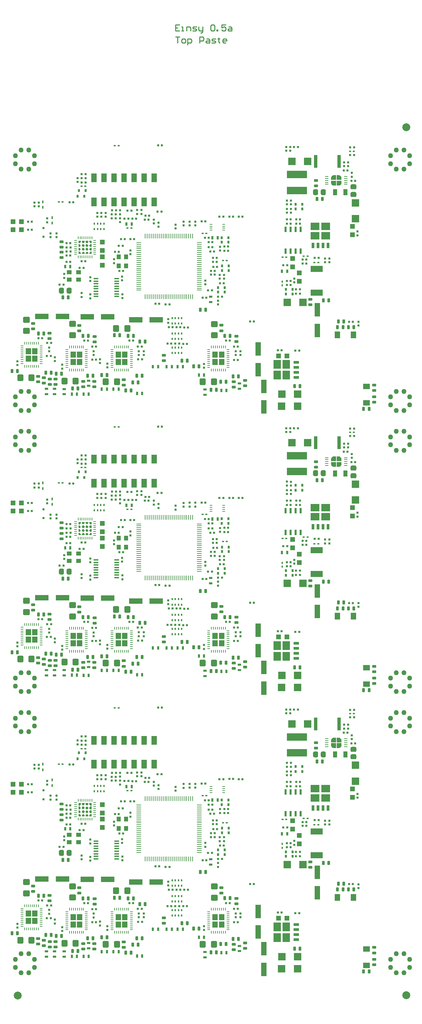
<source format=gtp>
G04 Layer_Color=8421504*
%FSLAX24Y24*%
%MOIN*%
G70*
G01*
G75*
G04:AMPARAMS|DCode=11|XSize=78.7mil|YSize=78.7mil|CornerRadius=39.4mil|HoleSize=0mil|Usage=FLASHONLY|Rotation=90.000|XOffset=0mil|YOffset=0mil|HoleType=Round|Shape=RoundedRectangle|*
%AMROUNDEDRECTD11*
21,1,0.0787,0.0000,0,0,90.0*
21,1,0.0000,0.0787,0,0,90.0*
1,1,0.0787,0.0000,0.0000*
1,1,0.0787,0.0000,0.0000*
1,1,0.0787,0.0000,0.0000*
1,1,0.0787,0.0000,0.0000*
%
%ADD11ROUNDEDRECTD11*%
%ADD12C,0.0100*%
%ADD170R,0.0528X0.0618*%
%ADD171R,0.0752X0.0890*%
%ADD172R,0.0890X0.0752*%
%ADD173O,0.0078X0.0315*%
%ADD174O,0.0315X0.0078*%
%ADD175R,0.0770X0.0770*%
G04:AMPARAMS|DCode=176|XSize=27.1mil|YSize=37.4mil|CornerRadius=4.8mil|HoleSize=0mil|Usage=FLASHONLY|Rotation=90.000|XOffset=0mil|YOffset=0mil|HoleType=Round|Shape=RoundedRectangle|*
%AMROUNDEDRECTD176*
21,1,0.0271,0.0277,0,0,90.0*
21,1,0.0175,0.0374,0,0,90.0*
1,1,0.0097,0.0139,0.0087*
1,1,0.0097,0.0139,-0.0087*
1,1,0.0097,-0.0139,-0.0087*
1,1,0.0097,-0.0139,0.0087*
%
%ADD176ROUNDEDRECTD176*%
%ADD177R,0.0689X0.0523*%
G04:AMPARAMS|DCode=178|XSize=27.1mil|YSize=37.4mil|CornerRadius=4.8mil|HoleSize=0mil|Usage=FLASHONLY|Rotation=0.000|XOffset=0mil|YOffset=0mil|HoleType=Round|Shape=RoundedRectangle|*
%AMROUNDEDRECTD178*
21,1,0.0271,0.0277,0,0,0.0*
21,1,0.0175,0.0374,0,0,0.0*
1,1,0.0097,0.0087,-0.0139*
1,1,0.0097,-0.0087,-0.0139*
1,1,0.0097,-0.0087,0.0139*
1,1,0.0097,0.0087,0.0139*
%
%ADD178ROUNDEDRECTD178*%
G04:AMPARAMS|DCode=179|XSize=20mil|YSize=22mil|CornerRadius=3.4mil|HoleSize=0mil|Usage=FLASHONLY|Rotation=0.000|XOffset=0mil|YOffset=0mil|HoleType=Round|Shape=RoundedRectangle|*
%AMROUNDEDRECTD179*
21,1,0.0200,0.0152,0,0,0.0*
21,1,0.0132,0.0220,0,0,0.0*
1,1,0.0068,0.0066,-0.0076*
1,1,0.0068,-0.0066,-0.0076*
1,1,0.0068,-0.0066,0.0076*
1,1,0.0068,0.0066,0.0076*
%
%ADD179ROUNDEDRECTD179*%
G04:AMPARAMS|DCode=180|XSize=20mil|YSize=22mil|CornerRadius=3.4mil|HoleSize=0mil|Usage=FLASHONLY|Rotation=270.000|XOffset=0mil|YOffset=0mil|HoleType=Round|Shape=RoundedRectangle|*
%AMROUNDEDRECTD180*
21,1,0.0200,0.0152,0,0,270.0*
21,1,0.0132,0.0220,0,0,270.0*
1,1,0.0068,-0.0076,-0.0066*
1,1,0.0068,-0.0076,0.0066*
1,1,0.0068,0.0076,0.0066*
1,1,0.0068,0.0076,-0.0066*
%
%ADD180ROUNDEDRECTD180*%
%ADD181R,0.0244X0.0326*%
%ADD182R,0.0326X0.0244*%
%ADD183R,0.0571X0.0897*%
%ADD184R,0.0460X0.0460*%
%ADD185R,0.0460X0.0460*%
%ADD186R,0.1988X0.0762*%
%ADD187R,0.0400X0.0500*%
%ADD188R,0.0216X0.0295*%
%ADD189R,0.0220X0.0220*%
%ADD190R,0.1240X0.0610*%
%ADD191R,0.0770X0.0770*%
%ADD192R,0.0180X0.0260*%
%ADD193R,0.0500X0.0400*%
%ADD194R,0.0523X0.0689*%
%ADD195C,0.0500*%
%ADD196R,0.0220X0.0580*%
%ADD197R,0.0480X0.0130*%
%ADD198R,0.0334X0.1279*%
%ADD199R,0.0180X0.0240*%
G04:AMPARAMS|DCode=200|XSize=61mil|YSize=69mil|CornerRadius=14.7mil|HoleSize=0mil|Usage=FLASHONLY|Rotation=90.000|XOffset=0mil|YOffset=0mil|HoleType=Round|Shape=RoundedRectangle|*
%AMROUNDEDRECTD200*
21,1,0.0610,0.0395,0,0,90.0*
21,1,0.0315,0.0690,0,0,90.0*
1,1,0.0295,0.0198,0.0158*
1,1,0.0295,0.0198,-0.0158*
1,1,0.0295,-0.0198,-0.0158*
1,1,0.0295,-0.0198,0.0158*
%
%ADD200ROUNDEDRECTD200*%
G04:AMPARAMS|DCode=201|XSize=61mil|YSize=69mil|CornerRadius=14.7mil|HoleSize=0mil|Usage=FLASHONLY|Rotation=180.000|XOffset=0mil|YOffset=0mil|HoleType=Round|Shape=RoundedRectangle|*
%AMROUNDEDRECTD201*
21,1,0.0610,0.0395,0,0,180.0*
21,1,0.0315,0.0690,0,0,180.0*
1,1,0.0295,-0.0158,0.0198*
1,1,0.0295,0.0158,0.0198*
1,1,0.0295,0.0158,-0.0198*
1,1,0.0295,-0.0158,-0.0198*
%
%ADD201ROUNDEDRECTD201*%
%ADD202R,0.0197X0.0177*%
%ADD203R,0.1319X0.0531*%
G04:AMPARAMS|DCode=204|XSize=50mil|YSize=58mil|CornerRadius=12mil|HoleSize=0mil|Usage=FLASHONLY|Rotation=180.000|XOffset=0mil|YOffset=0mil|HoleType=Round|Shape=RoundedRectangle|*
%AMROUNDEDRECTD204*
21,1,0.0500,0.0340,0,0,180.0*
21,1,0.0260,0.0580,0,0,180.0*
1,1,0.0240,-0.0130,0.0170*
1,1,0.0240,0.0130,0.0170*
1,1,0.0240,0.0130,-0.0170*
1,1,0.0240,-0.0130,-0.0170*
%
%ADD204ROUNDEDRECTD204*%
%ADD205R,0.0413X0.0649*%
G04:AMPARAMS|DCode=206|XSize=50mil|YSize=58mil|CornerRadius=12mil|HoleSize=0mil|Usage=FLASHONLY|Rotation=270.000|XOffset=0mil|YOffset=0mil|HoleType=Round|Shape=RoundedRectangle|*
%AMROUNDEDRECTD206*
21,1,0.0500,0.0340,0,0,270.0*
21,1,0.0260,0.0580,0,0,270.0*
1,1,0.0240,-0.0170,-0.0130*
1,1,0.0240,-0.0170,0.0130*
1,1,0.0240,0.0170,0.0130*
1,1,0.0240,0.0170,-0.0130*
%
%ADD206ROUNDEDRECTD206*%
%ADD207R,0.0531X0.1319*%
%ADD208R,0.0540X0.0260*%
%ADD209R,0.0260X0.0540*%
%ADD210O,0.0078X0.0492*%
%ADD211O,0.0492X0.0078*%
%ADD212R,0.0177X0.0197*%
%ADD213R,0.0295X0.0097*%
G04:AMPARAMS|DCode=214|XSize=9mil|YSize=29.5mil|CornerRadius=3.4mil|HoleSize=0mil|Usage=FLASHONLY|Rotation=270.000|XOffset=0mil|YOffset=0mil|HoleType=Round|Shape=RoundedRectangle|*
%AMROUNDEDRECTD214*
21,1,0.0090,0.0227,0,0,270.0*
21,1,0.0022,0.0295,0,0,270.0*
1,1,0.0068,-0.0113,-0.0011*
1,1,0.0068,-0.0113,0.0011*
1,1,0.0068,0.0113,0.0011*
1,1,0.0068,0.0113,-0.0011*
%
%ADD214ROUNDEDRECTD214*%
G04:AMPARAMS|DCode=215|XSize=9mil|YSize=29.5mil|CornerRadius=3.4mil|HoleSize=0mil|Usage=FLASHONLY|Rotation=180.000|XOffset=0mil|YOffset=0mil|HoleType=Round|Shape=RoundedRectangle|*
%AMROUNDEDRECTD215*
21,1,0.0090,0.0227,0,0,180.0*
21,1,0.0022,0.0295,0,0,180.0*
1,1,0.0068,-0.0011,0.0113*
1,1,0.0068,0.0011,0.0113*
1,1,0.0068,0.0011,-0.0113*
1,1,0.0068,-0.0011,-0.0113*
%
%ADD215ROUNDEDRECTD215*%
%ADD216R,0.0382X0.0097*%
G04:AMPARAMS|DCode=217|XSize=21.6mil|YSize=22mil|CornerRadius=3.7mil|HoleSize=0mil|Usage=FLASHONLY|Rotation=90.000|XOffset=0mil|YOffset=0mil|HoleType=Round|Shape=RoundedRectangle|*
%AMROUNDEDRECTD217*
21,1,0.0216,0.0146,0,0,90.0*
21,1,0.0142,0.0220,0,0,90.0*
1,1,0.0074,0.0073,0.0071*
1,1,0.0074,0.0073,-0.0071*
1,1,0.0074,-0.0073,-0.0071*
1,1,0.0074,-0.0073,0.0071*
%
%ADD217ROUNDEDRECTD217*%
G36*
X35874Y82949D02*
X35921Y82930D01*
X35963Y82902D01*
X35998Y82866D01*
X36026Y82824D01*
X36046Y82777D01*
X36056Y82728D01*
Y82703D01*
Y82486D01*
X35583D01*
Y82959D01*
X35825D01*
X35874Y82949D01*
D02*
G37*
G36*
X35504Y82486D02*
X35032D01*
Y82703D01*
Y82728D01*
X35042Y82777D01*
X35061Y82824D01*
X35089Y82866D01*
X35125Y82902D01*
X35167Y82930D01*
X35213Y82949D01*
X35263Y82959D01*
X35504D01*
Y82486D01*
D02*
G37*
G36*
X36056Y82191D02*
Y82166D01*
X36046Y82116D01*
X36026Y82070D01*
X35998Y82028D01*
X35963Y81992D01*
X35921Y81964D01*
X35874Y81945D01*
X35825Y81935D01*
X35583D01*
Y82407D01*
X36056D01*
Y82191D01*
D02*
G37*
G36*
X35504Y81935D02*
X35263D01*
X35213Y81945D01*
X35167Y81964D01*
X35125Y81992D01*
X35089Y82028D01*
X35061Y82070D01*
X35042Y82116D01*
X35032Y82166D01*
Y82191D01*
Y82407D01*
X35504D01*
Y81935D01*
D02*
G37*
G36*
X10822Y76312D02*
X10723Y76214D01*
X10641D01*
X10546Y76307D01*
Y76441D01*
X10822D01*
Y76312D01*
D02*
G37*
G36*
X10448D02*
X10349Y76214D01*
X10267D01*
X10172Y76307D01*
Y76441D01*
X10448D01*
Y76312D01*
D02*
G37*
G36*
X11156Y76194D02*
X11038D01*
X10910Y76322D01*
Y76441D01*
X11156D01*
Y76194D01*
D02*
G37*
G36*
X10083Y76322D02*
X9956Y76194D01*
X9837D01*
Y76441D01*
X10083D01*
Y76322D01*
D02*
G37*
G36*
X10438Y76017D02*
Y75919D01*
X10359Y75840D01*
X10261D01*
X10172Y75929D01*
Y76007D01*
X10270Y76106D01*
X10349D01*
X10438Y76017D01*
D02*
G37*
G36*
X11156Y75830D02*
X11027D01*
X10930Y75929D01*
Y76011D01*
X11023Y76106D01*
X11156D01*
Y75830D01*
D02*
G37*
G36*
X10822Y76007D02*
Y75929D01*
X10723Y75830D01*
X10644D01*
X10556Y75919D01*
Y76017D01*
X10635Y76096D01*
X10733D01*
X10822Y76007D01*
D02*
G37*
G36*
X10064Y76007D02*
Y75919D01*
X9975Y75830D01*
X9837D01*
Y76106D01*
X9965D01*
X10064Y76007D01*
D02*
G37*
G36*
X10438Y75643D02*
Y75545D01*
X10359Y75466D01*
X10261D01*
X10172Y75555D01*
Y75633D01*
X10270Y75732D01*
X10349D01*
X10438Y75643D01*
D02*
G37*
G36*
X11156Y75456D02*
X11028D01*
X10930Y75555D01*
Y75643D01*
X11019Y75732D01*
X11156D01*
Y75456D01*
D02*
G37*
G36*
X10822Y75633D02*
Y75555D01*
X10723Y75456D01*
X10644D01*
X10556Y75545D01*
Y75643D01*
X10635Y75722D01*
X10733D01*
X10822Y75633D01*
D02*
G37*
G36*
X10064Y75633D02*
Y75551D01*
X9970Y75456D01*
X9837D01*
Y75732D01*
X9966D01*
X10064Y75633D01*
D02*
G37*
G36*
X11156Y75122D02*
X10910D01*
Y75240D01*
X11038Y75368D01*
X11156D01*
Y75122D01*
D02*
G37*
G36*
X10822Y75255D02*
Y75122D01*
X10546D01*
Y75251D01*
X10645Y75348D01*
X10727D01*
X10822Y75255D01*
D02*
G37*
G36*
X10448D02*
Y75122D01*
X10172D01*
Y75251D01*
X10271Y75348D01*
X10353D01*
X10448Y75255D01*
D02*
G37*
G36*
X10083Y75240D02*
Y75122D01*
X9837D01*
Y75368D01*
X9956D01*
X10083Y75240D01*
D02*
G37*
G36*
X35874Y54957D02*
X35921Y54937D01*
X35963Y54909D01*
X35998Y54874D01*
X36026Y54832D01*
X36046Y54785D01*
X36056Y54736D01*
Y54711D01*
Y54494D01*
X35583D01*
Y54967D01*
X35825D01*
X35874Y54957D01*
D02*
G37*
G36*
X35504Y54494D02*
X35032D01*
Y54711D01*
Y54736D01*
X35042Y54785D01*
X35061Y54832D01*
X35089Y54874D01*
X35125Y54909D01*
X35167Y54937D01*
X35213Y54957D01*
X35263Y54967D01*
X35504D01*
Y54494D01*
D02*
G37*
G36*
X36056Y54199D02*
Y54174D01*
X36046Y54124D01*
X36026Y54078D01*
X35998Y54036D01*
X35963Y54000D01*
X35921Y53972D01*
X35874Y53953D01*
X35825Y53943D01*
X35583D01*
Y54415D01*
X36056D01*
Y54199D01*
D02*
G37*
G36*
X35504Y53943D02*
X35263D01*
X35213Y53953D01*
X35167Y53972D01*
X35125Y54000D01*
X35089Y54036D01*
X35061Y54078D01*
X35042Y54124D01*
X35032Y54174D01*
Y54199D01*
Y54415D01*
X35504D01*
Y53943D01*
D02*
G37*
G36*
X10822Y48320D02*
X10723Y48222D01*
X10641D01*
X10546Y48315D01*
Y48448D01*
X10822D01*
Y48320D01*
D02*
G37*
G36*
X10448D02*
X10349Y48222D01*
X10267D01*
X10172Y48315D01*
Y48448D01*
X10448D01*
Y48320D01*
D02*
G37*
G36*
X11156Y48202D02*
X11038D01*
X10910Y48330D01*
Y48448D01*
X11156D01*
Y48202D01*
D02*
G37*
G36*
X10083Y48330D02*
X9956Y48202D01*
X9837D01*
Y48448D01*
X10083D01*
Y48330D01*
D02*
G37*
G36*
X10438Y48025D02*
Y47927D01*
X10359Y47848D01*
X10261D01*
X10172Y47937D01*
Y48015D01*
X10270Y48114D01*
X10349D01*
X10438Y48025D01*
D02*
G37*
G36*
X11156Y47838D02*
X11027D01*
X10930Y47937D01*
Y48019D01*
X11023Y48114D01*
X11156D01*
Y47838D01*
D02*
G37*
G36*
X10822Y48015D02*
Y47937D01*
X10723Y47838D01*
X10644D01*
X10556Y47927D01*
Y48025D01*
X10635Y48104D01*
X10733D01*
X10822Y48015D01*
D02*
G37*
G36*
X10064Y48015D02*
Y47927D01*
X9975Y47838D01*
X9837D01*
Y48114D01*
X9965D01*
X10064Y48015D01*
D02*
G37*
G36*
X10438Y47651D02*
Y47553D01*
X10359Y47474D01*
X10261D01*
X10172Y47563D01*
Y47641D01*
X10270Y47740D01*
X10349D01*
X10438Y47651D01*
D02*
G37*
G36*
X11156Y47464D02*
X11028D01*
X10930Y47563D01*
Y47651D01*
X11019Y47740D01*
X11156D01*
Y47464D01*
D02*
G37*
G36*
X10822Y47641D02*
Y47563D01*
X10723Y47464D01*
X10644D01*
X10556Y47553D01*
Y47651D01*
X10635Y47730D01*
X10733D01*
X10822Y47641D01*
D02*
G37*
G36*
X10064Y47641D02*
Y47559D01*
X9970Y47464D01*
X9837D01*
Y47740D01*
X9966D01*
X10064Y47641D01*
D02*
G37*
G36*
X11156Y47130D02*
X10910D01*
Y47248D01*
X11038Y47376D01*
X11156D01*
Y47130D01*
D02*
G37*
G36*
X10822Y47263D02*
Y47130D01*
X10546D01*
Y47258D01*
X10645Y47356D01*
X10727D01*
X10822Y47263D01*
D02*
G37*
G36*
X10448D02*
Y47130D01*
X10172D01*
Y47258D01*
X10271Y47356D01*
X10353D01*
X10448Y47263D01*
D02*
G37*
G36*
X10083Y47248D02*
Y47130D01*
X9837D01*
Y47376D01*
X9956D01*
X10083Y47248D01*
D02*
G37*
G36*
X35874Y26965D02*
X35921Y26945D01*
X35963Y26917D01*
X35998Y26882D01*
X36026Y26840D01*
X36046Y26793D01*
X36056Y26744D01*
Y26718D01*
Y26502D01*
X35583D01*
Y26974D01*
X35825D01*
X35874Y26965D01*
D02*
G37*
G36*
X35504Y26502D02*
X35032D01*
Y26718D01*
Y26744D01*
X35042Y26793D01*
X35061Y26840D01*
X35089Y26882D01*
X35125Y26917D01*
X35167Y26945D01*
X35213Y26965D01*
X35263Y26974D01*
X35504D01*
Y26502D01*
D02*
G37*
G36*
X36056Y26207D02*
Y26181D01*
X36046Y26132D01*
X36026Y26085D01*
X35998Y26044D01*
X35963Y26008D01*
X35921Y25980D01*
X35874Y25961D01*
X35825Y25951D01*
X35583D01*
Y26423D01*
X36056D01*
Y26207D01*
D02*
G37*
G36*
X35504Y25951D02*
X35263D01*
X35213Y25961D01*
X35167Y25980D01*
X35125Y26008D01*
X35089Y26044D01*
X35061Y26085D01*
X35042Y26132D01*
X35032Y26181D01*
Y26207D01*
Y26423D01*
X35504D01*
Y25951D01*
D02*
G37*
G36*
X10822Y20327D02*
X10723Y20230D01*
X10641D01*
X10546Y20323D01*
Y20456D01*
X10822D01*
Y20327D01*
D02*
G37*
G36*
X10448D02*
X10349Y20230D01*
X10267D01*
X10172Y20323D01*
Y20456D01*
X10448D01*
Y20327D01*
D02*
G37*
G36*
X11156Y20210D02*
X11038D01*
X10910Y20338D01*
Y20456D01*
X11156D01*
Y20210D01*
D02*
G37*
G36*
X10083Y20338D02*
X9956Y20210D01*
X9837D01*
Y20456D01*
X10083D01*
Y20338D01*
D02*
G37*
G36*
X10438Y20033D02*
Y19935D01*
X10359Y19856D01*
X10261D01*
X10172Y19944D01*
Y20023D01*
X10270Y20122D01*
X10349D01*
X10438Y20033D01*
D02*
G37*
G36*
X11156Y19846D02*
X11027D01*
X10930Y19945D01*
Y20027D01*
X11023Y20122D01*
X11156D01*
Y19846D01*
D02*
G37*
G36*
X10822Y20023D02*
Y19944D01*
X10723Y19846D01*
X10644D01*
X10556Y19935D01*
Y20033D01*
X10635Y20112D01*
X10733D01*
X10822Y20023D01*
D02*
G37*
G36*
X10064Y20023D02*
Y19935D01*
X9975Y19846D01*
X9837D01*
Y20122D01*
X9965D01*
X10064Y20023D01*
D02*
G37*
G36*
X10438Y19659D02*
Y19561D01*
X10359Y19482D01*
X10261D01*
X10172Y19570D01*
Y19649D01*
X10270Y19748D01*
X10349D01*
X10438Y19659D01*
D02*
G37*
G36*
X11156Y19472D02*
X11028D01*
X10930Y19570D01*
Y19659D01*
X11019Y19748D01*
X11156D01*
Y19472D01*
D02*
G37*
G36*
X10822Y19649D02*
Y19570D01*
X10723Y19472D01*
X10644D01*
X10556Y19561D01*
Y19659D01*
X10635Y19738D01*
X10733D01*
X10822Y19649D01*
D02*
G37*
G36*
X10064Y19649D02*
Y19567D01*
X9970Y19472D01*
X9837D01*
Y19748D01*
X9966D01*
X10064Y19649D01*
D02*
G37*
G36*
X11156Y19137D02*
X10910D01*
Y19256D01*
X11038Y19383D01*
X11156D01*
Y19137D01*
D02*
G37*
G36*
X10822Y19270D02*
Y19137D01*
X10546D01*
Y19266D01*
X10645Y19364D01*
X10727D01*
X10822Y19270D01*
D02*
G37*
G36*
X10448D02*
Y19137D01*
X10172D01*
Y19266D01*
X10271Y19364D01*
X10353D01*
X10448Y19270D01*
D02*
G37*
G36*
X10083Y19256D02*
Y19137D01*
X9837D01*
Y19383D01*
X9956D01*
X10083Y19256D01*
D02*
G37*
G54D11*
X42528Y87726D02*
D03*
Y1328D02*
D03*
X3789Y1289D02*
D03*
G54D12*
X19528Y96728D02*
X19928D01*
X19728D01*
Y96128D01*
X20228D02*
X20428D01*
X20528Y96228D01*
Y96428D01*
X20428Y96528D01*
X20228D01*
X20128Y96428D01*
Y96228D01*
X20228Y96128D01*
X20728Y95928D02*
Y96528D01*
X21028D01*
X21128Y96428D01*
Y96228D01*
X21028Y96128D01*
X20728D01*
X21928D02*
Y96728D01*
X22227D01*
X22327Y96628D01*
Y96428D01*
X22227Y96328D01*
X21928D01*
X22627Y96528D02*
X22827D01*
X22927Y96428D01*
Y96128D01*
X22627D01*
X22527Y96228D01*
X22627Y96328D01*
X22927D01*
X23127Y96128D02*
X23427D01*
X23527Y96228D01*
X23427Y96328D01*
X23227D01*
X23127Y96428D01*
X23227Y96528D01*
X23527D01*
X23827Y96628D02*
Y96528D01*
X23727D01*
X23927D01*
X23827D01*
Y96228D01*
X23927Y96128D01*
X24527D02*
X24327D01*
X24227Y96228D01*
Y96428D01*
X24327Y96528D01*
X24527D01*
X24627Y96428D01*
Y96328D01*
X24227D01*
X19928Y97928D02*
X19528D01*
Y97328D01*
X19928D01*
X19528Y97628D02*
X19728D01*
X20128Y97328D02*
X20328D01*
X20228D01*
Y97728D01*
X20128D01*
X20628Y97328D02*
Y97728D01*
X20928D01*
X21028Y97628D01*
Y97328D01*
X21228D02*
X21528D01*
X21628Y97428D01*
X21528Y97528D01*
X21328D01*
X21228Y97628D01*
X21328Y97728D01*
X21628D01*
X21828D02*
Y97428D01*
X21928Y97328D01*
X22227D01*
Y97228D01*
X22128Y97128D01*
X22028D01*
X22227Y97328D02*
Y97728D01*
X23027Y97828D02*
X23127Y97928D01*
X23327D01*
X23427Y97828D01*
Y97428D01*
X23327Y97328D01*
X23127D01*
X23027Y97428D01*
Y97828D01*
X23627Y97328D02*
Y97428D01*
X23727D01*
Y97328D01*
X23627D01*
X24527Y97928D02*
X24127D01*
Y97628D01*
X24327Y97728D01*
X24427D01*
X24527Y97628D01*
Y97428D01*
X24427Y97328D01*
X24227D01*
X24127Y97428D01*
X24827Y97728D02*
X25027D01*
X25127Y97628D01*
Y97328D01*
X24827D01*
X24727Y97428D01*
X24827Y97528D01*
X25127D01*
G54D170*
X23464Y8369D02*
D03*
X24110Y9106D02*
D03*
X23464Y9106D02*
D03*
X24110Y8369D02*
D03*
X14470D02*
D03*
X13824Y9106D02*
D03*
X14470Y9106D02*
D03*
X13824Y8369D02*
D03*
X9324D02*
D03*
X9970Y9106D02*
D03*
X9324Y9106D02*
D03*
X9970Y8369D02*
D03*
X5496Y8729D02*
D03*
X4850Y9466D02*
D03*
X5496Y9466D02*
D03*
X4850Y8729D02*
D03*
X23464Y36361D02*
D03*
X24110Y37098D02*
D03*
X23464Y37098D02*
D03*
X24110Y36361D02*
D03*
X14470D02*
D03*
X13824Y37098D02*
D03*
X14470Y37098D02*
D03*
X13824Y36361D02*
D03*
X9324D02*
D03*
X9970Y37098D02*
D03*
X9324Y37098D02*
D03*
X9970Y36361D02*
D03*
X5496Y36721D02*
D03*
X4850Y37458D02*
D03*
X5496Y37458D02*
D03*
X4850Y36721D02*
D03*
X23464Y64353D02*
D03*
X24110Y65090D02*
D03*
X23464Y65090D02*
D03*
X24110Y64353D02*
D03*
X14470D02*
D03*
X13824Y65090D02*
D03*
X14470Y65090D02*
D03*
X13824Y64353D02*
D03*
X9324D02*
D03*
X9970Y65090D02*
D03*
X9324Y65090D02*
D03*
X9970Y64353D02*
D03*
X5496Y64713D02*
D03*
X4850Y65450D02*
D03*
X5496Y65450D02*
D03*
X4850Y64713D02*
D03*
G54D171*
X29644Y7082D02*
D03*
X29644Y8146D02*
D03*
X30570Y8146D02*
D03*
X30569Y7082D02*
D03*
X29644Y35074D02*
D03*
X29644Y36138D02*
D03*
X30570Y36138D02*
D03*
X30569Y35074D02*
D03*
X29644Y63066D02*
D03*
X29644Y64130D02*
D03*
X30570Y64130D02*
D03*
X30569Y63066D02*
D03*
G54D172*
X33426Y20960D02*
D03*
X34490Y20960D02*
D03*
X34490Y21886D02*
D03*
X33426Y21886D02*
D03*
Y48953D02*
D03*
X34490Y48952D02*
D03*
X34490Y49878D02*
D03*
X33426Y49878D02*
D03*
Y76945D02*
D03*
X34490Y76944D02*
D03*
X34490Y77870D02*
D03*
X33426Y77870D02*
D03*
G54D173*
X23098Y9889D02*
D03*
X23295D02*
D03*
X23492D02*
D03*
X23688D02*
D03*
X23885D02*
D03*
X24082D02*
D03*
X24279D02*
D03*
X24476D02*
D03*
Y7586D02*
D03*
X24279D02*
D03*
X24082D02*
D03*
X23885D02*
D03*
X23688D02*
D03*
X23492D02*
D03*
X23295D02*
D03*
X23098D02*
D03*
X13458D02*
D03*
X13655D02*
D03*
X13852D02*
D03*
X14048D02*
D03*
X14245D02*
D03*
X14442D02*
D03*
X14639D02*
D03*
X14836D02*
D03*
Y9889D02*
D03*
X14639D02*
D03*
X14442D02*
D03*
X14245D02*
D03*
X14048D02*
D03*
X13852D02*
D03*
X13655D02*
D03*
X13458D02*
D03*
X8958D02*
D03*
X9155D02*
D03*
X9352D02*
D03*
X9548D02*
D03*
X9745D02*
D03*
X9942D02*
D03*
X10139D02*
D03*
X10336D02*
D03*
Y7586D02*
D03*
X10139D02*
D03*
X9942D02*
D03*
X9745D02*
D03*
X9548D02*
D03*
X9352D02*
D03*
X9155D02*
D03*
X8958D02*
D03*
X4484Y7946D02*
D03*
X4681D02*
D03*
X4878D02*
D03*
X5075D02*
D03*
X5271D02*
D03*
X5468D02*
D03*
X5665D02*
D03*
X5862D02*
D03*
Y10249D02*
D03*
X5665D02*
D03*
X5468D02*
D03*
X5271D02*
D03*
X5075D02*
D03*
X4878D02*
D03*
X4681D02*
D03*
X4484D02*
D03*
X23098Y37881D02*
D03*
X23295D02*
D03*
X23492D02*
D03*
X23688D02*
D03*
X23885D02*
D03*
X24082D02*
D03*
X24279D02*
D03*
X24476D02*
D03*
Y35578D02*
D03*
X24279D02*
D03*
X24082D02*
D03*
X23885D02*
D03*
X23688D02*
D03*
X23492D02*
D03*
X23295D02*
D03*
X23098D02*
D03*
X13458D02*
D03*
X13655D02*
D03*
X13852D02*
D03*
X14048D02*
D03*
X14245D02*
D03*
X14442D02*
D03*
X14639D02*
D03*
X14836D02*
D03*
Y37881D02*
D03*
X14639D02*
D03*
X14442D02*
D03*
X14245D02*
D03*
X14048D02*
D03*
X13852D02*
D03*
X13655D02*
D03*
X13458D02*
D03*
X8958D02*
D03*
X9155D02*
D03*
X9352D02*
D03*
X9548D02*
D03*
X9745D02*
D03*
X9942D02*
D03*
X10139D02*
D03*
X10336D02*
D03*
Y35578D02*
D03*
X10139D02*
D03*
X9942D02*
D03*
X9745D02*
D03*
X9548D02*
D03*
X9352D02*
D03*
X9155D02*
D03*
X8958D02*
D03*
X4484Y35938D02*
D03*
X4681D02*
D03*
X4878D02*
D03*
X5075D02*
D03*
X5271D02*
D03*
X5468D02*
D03*
X5665D02*
D03*
X5862D02*
D03*
Y38241D02*
D03*
X5665D02*
D03*
X5468D02*
D03*
X5271D02*
D03*
X5075D02*
D03*
X4878D02*
D03*
X4681D02*
D03*
X4484D02*
D03*
X23098Y65873D02*
D03*
X23295D02*
D03*
X23492D02*
D03*
X23688D02*
D03*
X23885D02*
D03*
X24082D02*
D03*
X24279D02*
D03*
X24476D02*
D03*
Y63570D02*
D03*
X24279D02*
D03*
X24082D02*
D03*
X23885D02*
D03*
X23688D02*
D03*
X23492D02*
D03*
X23295D02*
D03*
X23098D02*
D03*
X13458D02*
D03*
X13655D02*
D03*
X13852D02*
D03*
X14048D02*
D03*
X14245D02*
D03*
X14442D02*
D03*
X14639D02*
D03*
X14836D02*
D03*
Y65873D02*
D03*
X14639D02*
D03*
X14442D02*
D03*
X14245D02*
D03*
X14048D02*
D03*
X13852D02*
D03*
X13655D02*
D03*
X13458D02*
D03*
X8958D02*
D03*
X9155D02*
D03*
X9352D02*
D03*
X9548D02*
D03*
X9745D02*
D03*
X9942D02*
D03*
X10139D02*
D03*
X10336D02*
D03*
Y63570D02*
D03*
X10139D02*
D03*
X9942D02*
D03*
X9745D02*
D03*
X9548D02*
D03*
X9352D02*
D03*
X9155D02*
D03*
X8958D02*
D03*
X4484Y63930D02*
D03*
X4681D02*
D03*
X4878D02*
D03*
X5075D02*
D03*
X5271D02*
D03*
X5468D02*
D03*
X5665D02*
D03*
X5862D02*
D03*
Y66233D02*
D03*
X5665D02*
D03*
X5468D02*
D03*
X5271D02*
D03*
X5075D02*
D03*
X4878D02*
D03*
X4681D02*
D03*
X4484D02*
D03*
G54D174*
X24744Y9623D02*
D03*
Y9426D02*
D03*
Y9230D02*
D03*
Y9033D02*
D03*
Y8836D02*
D03*
Y8639D02*
D03*
Y8442D02*
D03*
Y8245D02*
D03*
Y8048D02*
D03*
Y7852D02*
D03*
X22830D02*
D03*
Y8048D02*
D03*
Y8245D02*
D03*
Y8442D02*
D03*
Y8639D02*
D03*
Y8836D02*
D03*
Y9033D02*
D03*
Y9230D02*
D03*
Y9426D02*
D03*
Y9623D02*
D03*
X13190D02*
D03*
Y9426D02*
D03*
Y9230D02*
D03*
Y9033D02*
D03*
Y8836D02*
D03*
Y8639D02*
D03*
Y8442D02*
D03*
Y8245D02*
D03*
Y8048D02*
D03*
Y7852D02*
D03*
X15104D02*
D03*
Y8048D02*
D03*
Y8245D02*
D03*
Y8442D02*
D03*
Y8639D02*
D03*
Y8836D02*
D03*
Y9033D02*
D03*
Y9230D02*
D03*
Y9426D02*
D03*
Y9623D02*
D03*
X10604D02*
D03*
Y9426D02*
D03*
Y9230D02*
D03*
Y9033D02*
D03*
Y8836D02*
D03*
Y8639D02*
D03*
Y8442D02*
D03*
Y8245D02*
D03*
Y8048D02*
D03*
Y7852D02*
D03*
X8690D02*
D03*
Y8048D02*
D03*
Y8245D02*
D03*
Y8442D02*
D03*
Y8639D02*
D03*
Y8836D02*
D03*
Y9033D02*
D03*
Y9230D02*
D03*
Y9426D02*
D03*
Y9623D02*
D03*
X4216Y9983D02*
D03*
Y9786D02*
D03*
Y9590D02*
D03*
Y9393D02*
D03*
Y9196D02*
D03*
Y8999D02*
D03*
Y8802D02*
D03*
Y8605D02*
D03*
Y8408D02*
D03*
Y8212D02*
D03*
X6130D02*
D03*
Y8408D02*
D03*
Y8605D02*
D03*
Y8802D02*
D03*
Y8999D02*
D03*
Y9196D02*
D03*
Y9393D02*
D03*
Y9590D02*
D03*
Y9786D02*
D03*
Y9983D02*
D03*
X24744Y37615D02*
D03*
Y37418D02*
D03*
Y37222D02*
D03*
Y37025D02*
D03*
Y36828D02*
D03*
Y36631D02*
D03*
Y36434D02*
D03*
Y36237D02*
D03*
Y36041D02*
D03*
Y35844D02*
D03*
X22830D02*
D03*
Y36041D02*
D03*
Y36237D02*
D03*
Y36434D02*
D03*
Y36631D02*
D03*
Y36828D02*
D03*
Y37025D02*
D03*
Y37222D02*
D03*
Y37418D02*
D03*
Y37615D02*
D03*
X13190D02*
D03*
Y37418D02*
D03*
Y37222D02*
D03*
Y37025D02*
D03*
Y36828D02*
D03*
Y36631D02*
D03*
Y36434D02*
D03*
Y36237D02*
D03*
Y36041D02*
D03*
Y35844D02*
D03*
X15104D02*
D03*
Y36041D02*
D03*
Y36237D02*
D03*
Y36434D02*
D03*
Y36631D02*
D03*
Y36828D02*
D03*
Y37025D02*
D03*
Y37222D02*
D03*
Y37418D02*
D03*
Y37615D02*
D03*
X10604D02*
D03*
Y37418D02*
D03*
Y37222D02*
D03*
Y37025D02*
D03*
Y36828D02*
D03*
Y36631D02*
D03*
Y36434D02*
D03*
Y36237D02*
D03*
Y36041D02*
D03*
Y35844D02*
D03*
X8690D02*
D03*
Y36041D02*
D03*
Y36237D02*
D03*
Y36434D02*
D03*
Y36631D02*
D03*
Y36828D02*
D03*
Y37025D02*
D03*
Y37222D02*
D03*
Y37418D02*
D03*
Y37615D02*
D03*
X4216Y37975D02*
D03*
Y37778D02*
D03*
Y37582D02*
D03*
Y37385D02*
D03*
Y37188D02*
D03*
Y36991D02*
D03*
Y36794D02*
D03*
Y36597D02*
D03*
Y36401D02*
D03*
Y36204D02*
D03*
X6130D02*
D03*
Y36401D02*
D03*
Y36597D02*
D03*
Y36794D02*
D03*
Y36991D02*
D03*
Y37188D02*
D03*
Y37385D02*
D03*
Y37582D02*
D03*
Y37778D02*
D03*
Y37975D02*
D03*
X24744Y65607D02*
D03*
Y65411D02*
D03*
Y65214D02*
D03*
Y65017D02*
D03*
Y64820D02*
D03*
Y64623D02*
D03*
Y64426D02*
D03*
Y64230D02*
D03*
Y64033D02*
D03*
Y63836D02*
D03*
X22830D02*
D03*
Y64033D02*
D03*
Y64230D02*
D03*
Y64426D02*
D03*
Y64623D02*
D03*
Y64820D02*
D03*
Y65017D02*
D03*
Y65214D02*
D03*
Y65411D02*
D03*
Y65607D02*
D03*
X13190D02*
D03*
Y65411D02*
D03*
Y65214D02*
D03*
Y65017D02*
D03*
Y64820D02*
D03*
Y64623D02*
D03*
Y64426D02*
D03*
Y64230D02*
D03*
Y64033D02*
D03*
Y63836D02*
D03*
X15104D02*
D03*
Y64033D02*
D03*
Y64230D02*
D03*
Y64426D02*
D03*
Y64623D02*
D03*
Y64820D02*
D03*
Y65017D02*
D03*
Y65214D02*
D03*
Y65411D02*
D03*
Y65607D02*
D03*
X10604D02*
D03*
Y65411D02*
D03*
Y65214D02*
D03*
Y65017D02*
D03*
Y64820D02*
D03*
Y64623D02*
D03*
Y64426D02*
D03*
Y64230D02*
D03*
Y64033D02*
D03*
Y63836D02*
D03*
X8690D02*
D03*
Y64033D02*
D03*
Y64230D02*
D03*
Y64426D02*
D03*
Y64623D02*
D03*
Y64820D02*
D03*
Y65017D02*
D03*
Y65214D02*
D03*
Y65411D02*
D03*
Y65607D02*
D03*
X4216Y65967D02*
D03*
Y65771D02*
D03*
Y65574D02*
D03*
Y65377D02*
D03*
Y65180D02*
D03*
Y64983D02*
D03*
Y64786D02*
D03*
Y64590D02*
D03*
Y64393D02*
D03*
Y64196D02*
D03*
X6130D02*
D03*
Y64393D02*
D03*
Y64590D02*
D03*
Y64786D02*
D03*
Y64983D02*
D03*
Y65180D02*
D03*
Y65377D02*
D03*
Y65574D02*
D03*
Y65771D02*
D03*
Y65967D02*
D03*
G54D175*
X30095Y3975D02*
D03*
X31672D02*
D03*
X32224Y14327D02*
D03*
X30647D02*
D03*
X31681Y5174D02*
D03*
X30104D02*
D03*
X31109Y28347D02*
D03*
X32687D02*
D03*
X30095Y31967D02*
D03*
X31672D02*
D03*
X32224Y42319D02*
D03*
X30647D02*
D03*
X31681Y33166D02*
D03*
X30104D02*
D03*
X31109Y56339D02*
D03*
X32687D02*
D03*
X30095Y59959D02*
D03*
X31672D02*
D03*
X32224Y70311D02*
D03*
X30647D02*
D03*
X31681Y61158D02*
D03*
X30104D02*
D03*
X31109Y84331D02*
D03*
X32687D02*
D03*
G54D176*
X39307Y4369D02*
D03*
Y4905D02*
D03*
Y5549D02*
D03*
Y6085D02*
D03*
X8147Y19315D02*
D03*
Y18779D02*
D03*
X8147Y20365D02*
D03*
Y19829D02*
D03*
X6967Y11265D02*
D03*
Y10729D02*
D03*
X7552Y6139D02*
D03*
Y6675D02*
D03*
X6972Y6677D02*
D03*
Y6141D02*
D03*
X5327Y11679D02*
D03*
Y12215D02*
D03*
X6397Y6815D02*
D03*
Y6279D02*
D03*
X5827Y6419D02*
D03*
Y6955D02*
D03*
X33527Y26455D02*
D03*
Y25919D02*
D03*
X32967Y14069D02*
D03*
Y14605D02*
D03*
X11457Y10389D02*
D03*
Y10925D02*
D03*
X11409Y6467D02*
D03*
Y5932D02*
D03*
X9927Y11489D02*
D03*
Y12025D02*
D03*
X10329Y6467D02*
D03*
Y5932D02*
D03*
X18357Y9045D02*
D03*
Y8509D02*
D03*
X14359Y6627D02*
D03*
Y6092D02*
D03*
X25597Y10429D02*
D03*
Y10965D02*
D03*
X26437Y6009D02*
D03*
Y6545D02*
D03*
X25317Y5871D02*
D03*
Y6407D02*
D03*
X24087Y11499D02*
D03*
Y12035D02*
D03*
X39307Y32361D02*
D03*
Y32897D02*
D03*
Y33541D02*
D03*
Y34077D02*
D03*
X8147Y47307D02*
D03*
Y46771D02*
D03*
X8147Y48357D02*
D03*
Y47821D02*
D03*
X6967Y39257D02*
D03*
Y38721D02*
D03*
X7552Y34131D02*
D03*
Y34667D02*
D03*
X6972Y34669D02*
D03*
Y34134D02*
D03*
X5327Y39671D02*
D03*
Y40207D02*
D03*
X6397Y34807D02*
D03*
Y34271D02*
D03*
X5827Y34411D02*
D03*
Y34947D02*
D03*
X33527Y54447D02*
D03*
Y53911D02*
D03*
X32967Y42061D02*
D03*
Y42597D02*
D03*
X11457Y38381D02*
D03*
Y38917D02*
D03*
X11409Y34459D02*
D03*
Y33924D02*
D03*
X9927Y39481D02*
D03*
Y40017D02*
D03*
X10329Y34459D02*
D03*
Y33924D02*
D03*
X18357Y37037D02*
D03*
Y36501D02*
D03*
X14359Y34619D02*
D03*
Y34084D02*
D03*
X25597Y38421D02*
D03*
Y38957D02*
D03*
X26437Y34001D02*
D03*
Y34537D02*
D03*
X25317Y33864D02*
D03*
Y34399D02*
D03*
X24087Y39491D02*
D03*
Y40027D02*
D03*
X39307Y60353D02*
D03*
Y60889D02*
D03*
Y61533D02*
D03*
Y62069D02*
D03*
X8147Y75299D02*
D03*
Y74763D02*
D03*
X8147Y76349D02*
D03*
Y75813D02*
D03*
X6967Y67249D02*
D03*
Y66713D02*
D03*
X7552Y62123D02*
D03*
Y62659D02*
D03*
X6972Y62661D02*
D03*
Y62126D02*
D03*
X5327Y67663D02*
D03*
Y68199D02*
D03*
X6397Y62799D02*
D03*
Y62263D02*
D03*
X5827Y62403D02*
D03*
Y62939D02*
D03*
X33527Y82439D02*
D03*
Y81903D02*
D03*
X32967Y70053D02*
D03*
Y70589D02*
D03*
X11457Y66373D02*
D03*
Y66909D02*
D03*
X11409Y62451D02*
D03*
Y61916D02*
D03*
X9927Y67473D02*
D03*
Y68009D02*
D03*
X10329Y62451D02*
D03*
Y61916D02*
D03*
X18357Y65029D02*
D03*
Y64493D02*
D03*
X14359Y62611D02*
D03*
Y62076D02*
D03*
X25597Y66413D02*
D03*
Y66949D02*
D03*
X26437Y61993D02*
D03*
Y62529D02*
D03*
X25317Y61856D02*
D03*
Y62391D02*
D03*
X24087Y67483D02*
D03*
Y68019D02*
D03*
G54D177*
X38567Y5938D02*
D03*
Y4316D02*
D03*
Y33930D02*
D03*
Y32308D02*
D03*
Y61922D02*
D03*
Y60300D02*
D03*
G54D178*
X38269Y3717D02*
D03*
X38805D02*
D03*
X8274Y14807D02*
D03*
X8810D02*
D03*
X21979Y13587D02*
D03*
X22515D02*
D03*
X3229Y7487D02*
D03*
X3765D02*
D03*
X6599Y7327D02*
D03*
X7135D02*
D03*
X6375Y11227D02*
D03*
X5839D02*
D03*
X31389Y5977D02*
D03*
X31925D02*
D03*
X34239Y14507D02*
D03*
X34775D02*
D03*
X33609Y24607D02*
D03*
X34145D02*
D03*
X37275Y11857D02*
D03*
X36739D02*
D03*
X36205D02*
D03*
X35669D02*
D03*
X36280Y12432D02*
D03*
X35744D02*
D03*
X15095Y5557D02*
D03*
X14559D02*
D03*
X7632Y7229D02*
D03*
X8167D02*
D03*
X9239Y5737D02*
D03*
X9775D02*
D03*
X10739Y7007D02*
D03*
X11275D02*
D03*
X10835Y10977D02*
D03*
X10299D02*
D03*
X15659Y7017D02*
D03*
X16195D02*
D03*
X15325Y10977D02*
D03*
X14789D02*
D03*
X16485Y10407D02*
D03*
X15949D02*
D03*
X20159Y8507D02*
D03*
X20695D02*
D03*
X13945Y11047D02*
D03*
X13409D02*
D03*
X15785Y6357D02*
D03*
X15249D02*
D03*
X12675Y7087D02*
D03*
X12139D02*
D03*
X25795Y6947D02*
D03*
X25259D02*
D03*
X24419Y10987D02*
D03*
X24955D02*
D03*
X23059Y5607D02*
D03*
X23595D02*
D03*
X21329Y7967D02*
D03*
X21865D02*
D03*
X24555Y6427D02*
D03*
X24019D02*
D03*
X38269Y31709D02*
D03*
X38805D02*
D03*
X8274Y42799D02*
D03*
X8810D02*
D03*
X21979Y41579D02*
D03*
X22515D02*
D03*
X3229Y35479D02*
D03*
X3765D02*
D03*
X6599Y35319D02*
D03*
X7135D02*
D03*
X6375Y39219D02*
D03*
X5839D02*
D03*
X31389Y33969D02*
D03*
X31925D02*
D03*
X34239Y42499D02*
D03*
X34775D02*
D03*
X33609Y52599D02*
D03*
X34145D02*
D03*
X37275Y39849D02*
D03*
X36739D02*
D03*
X36205D02*
D03*
X35669D02*
D03*
X36280Y40424D02*
D03*
X35744D02*
D03*
X15095Y33549D02*
D03*
X14559D02*
D03*
X7632Y35222D02*
D03*
X8167D02*
D03*
X9239Y33729D02*
D03*
X9775D02*
D03*
X10739Y34999D02*
D03*
X11275D02*
D03*
X10835Y38969D02*
D03*
X10299D02*
D03*
X15659Y35009D02*
D03*
X16195D02*
D03*
X15325Y38969D02*
D03*
X14789D02*
D03*
X16485Y38399D02*
D03*
X15949D02*
D03*
X20159Y36499D02*
D03*
X20695D02*
D03*
X13945Y39039D02*
D03*
X13409D02*
D03*
X15785Y34349D02*
D03*
X15249D02*
D03*
X12675Y35079D02*
D03*
X12139D02*
D03*
X25795Y34939D02*
D03*
X25259D02*
D03*
X24419Y38979D02*
D03*
X24955D02*
D03*
X23059Y33599D02*
D03*
X23595D02*
D03*
X21329Y35959D02*
D03*
X21865D02*
D03*
X24555Y34419D02*
D03*
X24019D02*
D03*
X38269Y59701D02*
D03*
X38805D02*
D03*
X8274Y70791D02*
D03*
X8810D02*
D03*
X21979Y69571D02*
D03*
X22515D02*
D03*
X3229Y63471D02*
D03*
X3765D02*
D03*
X6599Y63311D02*
D03*
X7135D02*
D03*
X6375Y67211D02*
D03*
X5839D02*
D03*
X31389Y61961D02*
D03*
X31925D02*
D03*
X34239Y70491D02*
D03*
X34775D02*
D03*
X33609Y80591D02*
D03*
X34145D02*
D03*
X37275Y67841D02*
D03*
X36739D02*
D03*
X36205D02*
D03*
X35669D02*
D03*
X36280Y68416D02*
D03*
X35744D02*
D03*
X15095Y61541D02*
D03*
X14559D02*
D03*
X7632Y63214D02*
D03*
X8167D02*
D03*
X9239Y61721D02*
D03*
X9775D02*
D03*
X10739Y62991D02*
D03*
X11275D02*
D03*
X10835Y66961D02*
D03*
X10299D02*
D03*
X15659Y63001D02*
D03*
X16195D02*
D03*
X15325Y66961D02*
D03*
X14789D02*
D03*
X16485Y66391D02*
D03*
X15949D02*
D03*
X20159Y64491D02*
D03*
X20695D02*
D03*
X13945Y67031D02*
D03*
X13409D02*
D03*
X15785Y62341D02*
D03*
X15249D02*
D03*
X12675Y63071D02*
D03*
X12139D02*
D03*
X25795Y62931D02*
D03*
X25259D02*
D03*
X24419Y66971D02*
D03*
X24955D02*
D03*
X23059Y61591D02*
D03*
X23595D02*
D03*
X21329Y63951D02*
D03*
X21865D02*
D03*
X24555Y62411D02*
D03*
X24019D02*
D03*
G54D179*
X25818Y22847D02*
D03*
X26197D02*
D03*
X24878Y22857D02*
D03*
X25257D02*
D03*
X14728Y23457D02*
D03*
X15107D02*
D03*
X15208Y22647D02*
D03*
X15587D02*
D03*
X17728Y23337D02*
D03*
X18107D02*
D03*
X22586Y14777D02*
D03*
X22207D02*
D03*
X17505Y14177D02*
D03*
X17884D02*
D03*
X13858Y19947D02*
D03*
X14237D02*
D03*
X16508Y22957D02*
D03*
X16887D02*
D03*
X23038Y17072D02*
D03*
X23417D02*
D03*
X23038Y17462D02*
D03*
X23417D02*
D03*
X22758Y15512D02*
D03*
X23137D02*
D03*
X4820Y22347D02*
D03*
X5199D02*
D03*
X23898Y22837D02*
D03*
X24277D02*
D03*
X30989Y22139D02*
D03*
X30610D02*
D03*
X31540D02*
D03*
X31919D02*
D03*
X30609Y22569D02*
D03*
X30988D02*
D03*
X24387Y19457D02*
D03*
X24766D02*
D03*
X4818Y21537D02*
D03*
X5197D02*
D03*
X24317Y16227D02*
D03*
X23938D02*
D03*
X30096Y9567D02*
D03*
X29717D02*
D03*
X31847Y9507D02*
D03*
X31468D02*
D03*
X22108Y22387D02*
D03*
X22487D02*
D03*
X33777Y18767D02*
D03*
X33398D02*
D03*
X22816Y20737D02*
D03*
X22437D02*
D03*
X8658Y19387D02*
D03*
X9037D02*
D03*
Y19797D02*
D03*
X8658D02*
D03*
X30649Y18029D02*
D03*
X30270D02*
D03*
X24766Y19877D02*
D03*
X24387D02*
D03*
X31918Y22569D02*
D03*
X31539D02*
D03*
X37427Y26407D02*
D03*
X37048D02*
D03*
X13202Y23469D02*
D03*
X13579D02*
D03*
X16816Y22567D02*
D03*
X16437D02*
D03*
X30608Y16457D02*
D03*
X30987D02*
D03*
X30986Y16057D02*
D03*
X30607D02*
D03*
X23616Y18367D02*
D03*
X23237D02*
D03*
X24147Y14897D02*
D03*
X23768D02*
D03*
X31906Y15177D02*
D03*
X31527D02*
D03*
X36928Y29737D02*
D03*
X37307D02*
D03*
X37306Y28997D02*
D03*
X36927D02*
D03*
X10160Y26259D02*
D03*
X10539D02*
D03*
X10538Y27089D02*
D03*
X10159D02*
D03*
X10538Y26679D02*
D03*
X10159D02*
D03*
X8940Y24289D02*
D03*
X9319D02*
D03*
X9034Y18347D02*
D03*
X8657D02*
D03*
X31704Y29777D02*
D03*
X31327D02*
D03*
X17787Y29957D02*
D03*
X18164D02*
D03*
X26950Y12417D02*
D03*
X27327D02*
D03*
X7107Y10277D02*
D03*
X6730D02*
D03*
X6224Y10767D02*
D03*
X5847D02*
D03*
X6697Y8997D02*
D03*
X7074D02*
D03*
X22825Y19803D02*
D03*
X23202D02*
D03*
X18913Y14115D02*
D03*
X18536D02*
D03*
X8337Y16097D02*
D03*
X7960D02*
D03*
X9034Y18987D02*
D03*
X8657D02*
D03*
X13857Y19362D02*
D03*
X13480D02*
D03*
X9034Y20227D02*
D03*
X8657D02*
D03*
X9960Y17767D02*
D03*
X10337D02*
D03*
X10143Y18415D02*
D03*
X10520D02*
D03*
X14293Y17449D02*
D03*
X13916D02*
D03*
X22982Y19390D02*
D03*
X23359D02*
D03*
X22820Y20317D02*
D03*
X23197D02*
D03*
X20761Y11825D02*
D03*
X20384D02*
D03*
X20274Y10191D02*
D03*
X20651D02*
D03*
X19604Y11835D02*
D03*
X19981D02*
D03*
X19871Y10201D02*
D03*
X19494D02*
D03*
X18856Y11835D02*
D03*
X19233D02*
D03*
X19093Y10201D02*
D03*
X18716D02*
D03*
X23617Y18747D02*
D03*
X23240D02*
D03*
X36664Y27457D02*
D03*
X36287D02*
D03*
X11581Y9917D02*
D03*
X11204D02*
D03*
X10784Y10507D02*
D03*
X10407D02*
D03*
X11207Y8617D02*
D03*
X11584D02*
D03*
X15770Y9927D02*
D03*
X16147D02*
D03*
X15294Y10507D02*
D03*
X14917D02*
D03*
X16174Y8637D02*
D03*
X15797D02*
D03*
X25727Y9927D02*
D03*
X25350D02*
D03*
X24924Y10517D02*
D03*
X24547D02*
D03*
X25357Y8597D02*
D03*
X25734D02*
D03*
X31527Y15607D02*
D03*
X31904D02*
D03*
X32557Y18187D02*
D03*
X32178D02*
D03*
X14077Y20627D02*
D03*
X14456D02*
D03*
X15017D02*
D03*
X15396D02*
D03*
X23667Y17867D02*
D03*
X23288D02*
D03*
X14427Y22657D02*
D03*
X14806D02*
D03*
X32557Y18577D02*
D03*
X32178D02*
D03*
X37188Y12389D02*
D03*
X36809D02*
D03*
X25818Y50839D02*
D03*
X26197D02*
D03*
X24878Y50849D02*
D03*
X25257D02*
D03*
X14728Y51449D02*
D03*
X15107D02*
D03*
X15208Y50639D02*
D03*
X15587D02*
D03*
X17728Y51329D02*
D03*
X18107D02*
D03*
X22586Y42769D02*
D03*
X22207D02*
D03*
X17505Y42169D02*
D03*
X17884D02*
D03*
X13858Y47939D02*
D03*
X14237D02*
D03*
X16508Y50949D02*
D03*
X16887D02*
D03*
X23038Y45064D02*
D03*
X23417D02*
D03*
X23038Y45454D02*
D03*
X23417D02*
D03*
X22758Y43504D02*
D03*
X23137D02*
D03*
X4820Y50339D02*
D03*
X5199D02*
D03*
X23898Y50829D02*
D03*
X24277D02*
D03*
X30989Y50132D02*
D03*
X30610D02*
D03*
X31540D02*
D03*
X31919D02*
D03*
X30609Y50561D02*
D03*
X30988D02*
D03*
X24387Y47449D02*
D03*
X24766D02*
D03*
X4818Y49529D02*
D03*
X5197D02*
D03*
X24317Y44219D02*
D03*
X23938D02*
D03*
X30096Y37559D02*
D03*
X29717D02*
D03*
X31847Y37499D02*
D03*
X31468D02*
D03*
X22108Y50379D02*
D03*
X22487D02*
D03*
X33777Y46759D02*
D03*
X33398D02*
D03*
X22816Y48729D02*
D03*
X22437D02*
D03*
X8658Y47379D02*
D03*
X9037D02*
D03*
Y47789D02*
D03*
X8658D02*
D03*
X30649Y46021D02*
D03*
X30270D02*
D03*
X24766Y47869D02*
D03*
X24387D02*
D03*
X31918Y50561D02*
D03*
X31539D02*
D03*
X37427Y54399D02*
D03*
X37048D02*
D03*
X13202Y51462D02*
D03*
X13579D02*
D03*
X16816Y50559D02*
D03*
X16437D02*
D03*
X30608Y44449D02*
D03*
X30987D02*
D03*
X30986Y44049D02*
D03*
X30607D02*
D03*
X23616Y46359D02*
D03*
X23237D02*
D03*
X24147Y42889D02*
D03*
X23768D02*
D03*
X31906Y43169D02*
D03*
X31527D02*
D03*
X36928Y57729D02*
D03*
X37307D02*
D03*
X37306Y56989D02*
D03*
X36927D02*
D03*
X10160Y54251D02*
D03*
X10539D02*
D03*
X10538Y55082D02*
D03*
X10159D02*
D03*
X10538Y54672D02*
D03*
X10159D02*
D03*
X8940Y52281D02*
D03*
X9319D02*
D03*
X9034Y46339D02*
D03*
X8657D02*
D03*
X31704Y57769D02*
D03*
X31327D02*
D03*
X17787Y57949D02*
D03*
X18164D02*
D03*
X26950Y40409D02*
D03*
X27327D02*
D03*
X7107Y38269D02*
D03*
X6730D02*
D03*
X6224Y38759D02*
D03*
X5847D02*
D03*
X6697Y36989D02*
D03*
X7074D02*
D03*
X22825Y47795D02*
D03*
X23202D02*
D03*
X18913Y42107D02*
D03*
X18536D02*
D03*
X8337Y44089D02*
D03*
X7960D02*
D03*
X9034Y46979D02*
D03*
X8657D02*
D03*
X13857Y47354D02*
D03*
X13480D02*
D03*
X9034Y48219D02*
D03*
X8657D02*
D03*
X9960Y45759D02*
D03*
X10337D02*
D03*
X10143Y46407D02*
D03*
X10520D02*
D03*
X14293Y45441D02*
D03*
X13916D02*
D03*
X22982Y47382D02*
D03*
X23359D02*
D03*
X22820Y48309D02*
D03*
X23197D02*
D03*
X20761Y39817D02*
D03*
X20384D02*
D03*
X20274Y38184D02*
D03*
X20651D02*
D03*
X19604Y39827D02*
D03*
X19981D02*
D03*
X19871Y38193D02*
D03*
X19494D02*
D03*
X18856Y39827D02*
D03*
X19233D02*
D03*
X19093Y38193D02*
D03*
X18716D02*
D03*
X23617Y46739D02*
D03*
X23240D02*
D03*
X36664Y55449D02*
D03*
X36287D02*
D03*
X11581Y37909D02*
D03*
X11204D02*
D03*
X10784Y38499D02*
D03*
X10407D02*
D03*
X11207Y36609D02*
D03*
X11584D02*
D03*
X15770Y37919D02*
D03*
X16147D02*
D03*
X15294Y38499D02*
D03*
X14917D02*
D03*
X16174Y36629D02*
D03*
X15797D02*
D03*
X25727Y37919D02*
D03*
X25350D02*
D03*
X24924Y38509D02*
D03*
X24547D02*
D03*
X25357Y36589D02*
D03*
X25734D02*
D03*
X31527Y43599D02*
D03*
X31904D02*
D03*
X32557Y46179D02*
D03*
X32178D02*
D03*
X14077Y48619D02*
D03*
X14456D02*
D03*
X15017D02*
D03*
X15396D02*
D03*
X23667Y45859D02*
D03*
X23288D02*
D03*
X14427Y50649D02*
D03*
X14806D02*
D03*
X32557Y46569D02*
D03*
X32178D02*
D03*
X37188Y40381D02*
D03*
X36809D02*
D03*
X25818Y78831D02*
D03*
X26197D02*
D03*
X24878Y78841D02*
D03*
X25257D02*
D03*
X14728Y79441D02*
D03*
X15107D02*
D03*
X15208Y78631D02*
D03*
X15587D02*
D03*
X17728Y79321D02*
D03*
X18107D02*
D03*
X22586Y70761D02*
D03*
X22207D02*
D03*
X17505Y70161D02*
D03*
X17884D02*
D03*
X13858Y75931D02*
D03*
X14237D02*
D03*
X16508Y78941D02*
D03*
X16887D02*
D03*
X23038Y73056D02*
D03*
X23417D02*
D03*
X23038Y73446D02*
D03*
X23417D02*
D03*
X22758Y71496D02*
D03*
X23137D02*
D03*
X4820Y78331D02*
D03*
X5199D02*
D03*
X23898Y78821D02*
D03*
X24277D02*
D03*
X30989Y78124D02*
D03*
X30610D02*
D03*
X31540D02*
D03*
X31919D02*
D03*
X30609Y78554D02*
D03*
X30988D02*
D03*
X24387Y75441D02*
D03*
X24766D02*
D03*
X4818Y77521D02*
D03*
X5197D02*
D03*
X24317Y72211D02*
D03*
X23938D02*
D03*
X30096Y65551D02*
D03*
X29717D02*
D03*
X31847Y65491D02*
D03*
X31468D02*
D03*
X22108Y78371D02*
D03*
X22487D02*
D03*
X33777Y74751D02*
D03*
X33398D02*
D03*
X22816Y76721D02*
D03*
X22437D02*
D03*
X8658Y75371D02*
D03*
X9037D02*
D03*
Y75781D02*
D03*
X8658D02*
D03*
X30649Y74014D02*
D03*
X30270D02*
D03*
X24766Y75861D02*
D03*
X24387D02*
D03*
X31918Y78554D02*
D03*
X31539D02*
D03*
X37427Y82391D02*
D03*
X37048D02*
D03*
X13202Y79454D02*
D03*
X13579D02*
D03*
X16816Y78551D02*
D03*
X16437D02*
D03*
X30608Y72441D02*
D03*
X30987D02*
D03*
X30986Y72041D02*
D03*
X30607D02*
D03*
X23616Y74351D02*
D03*
X23237D02*
D03*
X24147Y70881D02*
D03*
X23768D02*
D03*
X31906Y71161D02*
D03*
X31527D02*
D03*
X36928Y85721D02*
D03*
X37307D02*
D03*
X37306Y84981D02*
D03*
X36927D02*
D03*
X10160Y82244D02*
D03*
X10539D02*
D03*
X10538Y83074D02*
D03*
X10159D02*
D03*
X10538Y82664D02*
D03*
X10159D02*
D03*
X8940Y80274D02*
D03*
X9319D02*
D03*
X9034Y74331D02*
D03*
X8657D02*
D03*
X31704Y85761D02*
D03*
X31327D02*
D03*
X17787Y85941D02*
D03*
X18164D02*
D03*
X26950Y68401D02*
D03*
X27327D02*
D03*
X7107Y66261D02*
D03*
X6730D02*
D03*
X6224Y66751D02*
D03*
X5847D02*
D03*
X6697Y64981D02*
D03*
X7074D02*
D03*
X22825Y75787D02*
D03*
X23202D02*
D03*
X18913Y70099D02*
D03*
X18536D02*
D03*
X8337Y72081D02*
D03*
X7960D02*
D03*
X9034Y74971D02*
D03*
X8657D02*
D03*
X13857Y75346D02*
D03*
X13480D02*
D03*
X9034Y76211D02*
D03*
X8657D02*
D03*
X9960Y73751D02*
D03*
X10337D02*
D03*
X10143Y74399D02*
D03*
X10520D02*
D03*
X14293Y73433D02*
D03*
X13916D02*
D03*
X22982Y75374D02*
D03*
X23359D02*
D03*
X22820Y76301D02*
D03*
X23197D02*
D03*
X20761Y67810D02*
D03*
X20384D02*
D03*
X20274Y66176D02*
D03*
X20651D02*
D03*
X19604Y67819D02*
D03*
X19981D02*
D03*
X19871Y66186D02*
D03*
X19494D02*
D03*
X18856Y67819D02*
D03*
X19233D02*
D03*
X19093Y66186D02*
D03*
X18716D02*
D03*
X23617Y74731D02*
D03*
X23240D02*
D03*
X36664Y83441D02*
D03*
X36287D02*
D03*
X11581Y65901D02*
D03*
X11204D02*
D03*
X10784Y66491D02*
D03*
X10407D02*
D03*
X11207Y64601D02*
D03*
X11584D02*
D03*
X15770Y65911D02*
D03*
X16147D02*
D03*
X15294Y66491D02*
D03*
X14917D02*
D03*
X16174Y64621D02*
D03*
X15797D02*
D03*
X25727Y65911D02*
D03*
X25350D02*
D03*
X24924Y66501D02*
D03*
X24547D02*
D03*
X25357Y64581D02*
D03*
X25734D02*
D03*
X31527Y71591D02*
D03*
X31904D02*
D03*
X32557Y74171D02*
D03*
X32178D02*
D03*
X14077Y76611D02*
D03*
X14456D02*
D03*
X15017D02*
D03*
X15396D02*
D03*
X23667Y73851D02*
D03*
X23288D02*
D03*
X14427Y78641D02*
D03*
X14806D02*
D03*
X32557Y74561D02*
D03*
X32178D02*
D03*
X37188Y68374D02*
D03*
X36809D02*
D03*
G54D180*
X17817Y22236D02*
D03*
Y21857D02*
D03*
X15702Y23128D02*
D03*
Y23507D02*
D03*
X20327Y21978D02*
D03*
Y22357D02*
D03*
X20907Y21988D02*
D03*
Y22367D02*
D03*
X21477Y21988D02*
D03*
Y22367D02*
D03*
X13977Y23097D02*
D03*
Y23476D02*
D03*
X18779Y12648D02*
D03*
Y12269D02*
D03*
X13569Y22690D02*
D03*
Y23069D02*
D03*
X13159D02*
D03*
Y22690D02*
D03*
X11729Y22850D02*
D03*
Y23229D02*
D03*
X30612Y23616D02*
D03*
Y23237D02*
D03*
X7487Y8478D02*
D03*
Y8857D02*
D03*
X5877Y23887D02*
D03*
Y24266D02*
D03*
X6727Y22678D02*
D03*
Y22299D02*
D03*
X37669Y21369D02*
D03*
Y20990D02*
D03*
X31367Y16686D02*
D03*
Y16307D02*
D03*
X7642Y21186D02*
D03*
Y20807D02*
D03*
X17367Y22187D02*
D03*
Y22566D02*
D03*
X24337Y17057D02*
D03*
Y16678D02*
D03*
X23767Y14496D02*
D03*
Y14117D02*
D03*
X23967Y19477D02*
D03*
Y19856D02*
D03*
X37087Y27207D02*
D03*
Y26828D02*
D03*
X36307Y28257D02*
D03*
Y27878D02*
D03*
X36707Y27877D02*
D03*
Y28256D02*
D03*
X11977Y8278D02*
D03*
Y8657D02*
D03*
X16347Y9467D02*
D03*
Y9088D02*
D03*
X25997D02*
D03*
Y9467D02*
D03*
X12129Y23226D02*
D03*
Y22849D02*
D03*
X12539Y23226D02*
D03*
Y22849D02*
D03*
X13977Y22697D02*
D03*
Y22318D02*
D03*
X16112Y23507D02*
D03*
Y23128D02*
D03*
X31022Y23616D02*
D03*
Y23237D02*
D03*
X23927Y17057D02*
D03*
Y16678D02*
D03*
X30949Y29779D02*
D03*
Y29400D02*
D03*
X30549Y29779D02*
D03*
Y29400D02*
D03*
X30617Y24082D02*
D03*
Y24461D02*
D03*
X10149Y14859D02*
D03*
Y15238D02*
D03*
X9749Y26688D02*
D03*
Y26309D02*
D03*
X3757Y8447D02*
D03*
Y8070D02*
D03*
X6907Y9824D02*
D03*
Y9447D02*
D03*
X15027Y19117D02*
D03*
Y19494D02*
D03*
X22497Y16113D02*
D03*
Y16490D02*
D03*
X5467Y24264D02*
D03*
Y23887D02*
D03*
X8427Y17137D02*
D03*
Y16760D02*
D03*
X13377Y18227D02*
D03*
Y18604D02*
D03*
X19527Y22067D02*
D03*
Y21690D02*
D03*
X11033Y14724D02*
D03*
Y15101D02*
D03*
X14213Y15130D02*
D03*
Y14753D02*
D03*
X14203Y16880D02*
D03*
Y16503D02*
D03*
X11024Y16444D02*
D03*
Y16821D02*
D03*
X7042Y20810D02*
D03*
Y21187D02*
D03*
X11367Y9454D02*
D03*
Y9077D02*
D03*
X8217Y8107D02*
D03*
Y7730D02*
D03*
X15867Y9087D02*
D03*
Y9464D02*
D03*
X12727Y8217D02*
D03*
Y7840D02*
D03*
X25517Y9464D02*
D03*
Y9087D02*
D03*
X22367Y8197D02*
D03*
Y7820D02*
D03*
X31017Y24459D02*
D03*
Y24082D02*
D03*
X34429Y18319D02*
D03*
Y18698D02*
D03*
X34839Y18319D02*
D03*
Y18698D02*
D03*
X17817Y50228D02*
D03*
Y49849D02*
D03*
X15702Y51120D02*
D03*
Y51499D02*
D03*
X20327Y49970D02*
D03*
Y50349D02*
D03*
X20907Y49980D02*
D03*
Y50359D02*
D03*
X21477Y49980D02*
D03*
Y50359D02*
D03*
X13977Y51089D02*
D03*
Y51468D02*
D03*
X18779Y40640D02*
D03*
Y40262D02*
D03*
X13569Y50683D02*
D03*
Y51062D02*
D03*
X13159D02*
D03*
Y50683D02*
D03*
X11729Y50843D02*
D03*
Y51221D02*
D03*
X30612Y51608D02*
D03*
Y51229D02*
D03*
X7487Y36470D02*
D03*
Y36849D02*
D03*
X5877Y51879D02*
D03*
Y52258D02*
D03*
X6727Y50670D02*
D03*
Y50291D02*
D03*
X37669Y49362D02*
D03*
Y48983D02*
D03*
X31367Y44678D02*
D03*
Y44299D02*
D03*
X7642Y49178D02*
D03*
Y48799D02*
D03*
X17367Y50179D02*
D03*
Y50558D02*
D03*
X24337Y45049D02*
D03*
Y44670D02*
D03*
X23767Y42488D02*
D03*
Y42109D02*
D03*
X23967Y47469D02*
D03*
Y47848D02*
D03*
X37087Y55199D02*
D03*
Y54820D02*
D03*
X36307Y56249D02*
D03*
Y55870D02*
D03*
X36707Y55869D02*
D03*
Y56248D02*
D03*
X11977Y36270D02*
D03*
Y36649D02*
D03*
X16347Y37459D02*
D03*
Y37080D02*
D03*
X25997D02*
D03*
Y37459D02*
D03*
X12129Y51219D02*
D03*
Y50841D02*
D03*
X12539Y51219D02*
D03*
Y50841D02*
D03*
X13977Y50689D02*
D03*
Y50310D02*
D03*
X16112Y51499D02*
D03*
Y51120D02*
D03*
X31022Y51608D02*
D03*
Y51229D02*
D03*
X23927Y45049D02*
D03*
Y44670D02*
D03*
X30949Y57772D02*
D03*
Y57393D02*
D03*
X30549Y57772D02*
D03*
Y57393D02*
D03*
X30617Y52074D02*
D03*
Y52453D02*
D03*
X10149Y42852D02*
D03*
Y43230D02*
D03*
X9749Y54680D02*
D03*
Y54302D02*
D03*
X3757Y36439D02*
D03*
Y36062D02*
D03*
X6907Y37816D02*
D03*
Y37439D02*
D03*
X15027Y47109D02*
D03*
Y47486D02*
D03*
X22497Y44105D02*
D03*
Y44482D02*
D03*
X5467Y52256D02*
D03*
Y51879D02*
D03*
X8427Y45129D02*
D03*
Y44752D02*
D03*
X13377Y46219D02*
D03*
Y46596D02*
D03*
X19527Y50059D02*
D03*
Y49682D02*
D03*
X11033Y42717D02*
D03*
Y43094D02*
D03*
X14213Y43122D02*
D03*
Y42745D02*
D03*
X14203Y44872D02*
D03*
Y44495D02*
D03*
X11024Y44436D02*
D03*
Y44813D02*
D03*
X7042Y48802D02*
D03*
Y49179D02*
D03*
X11367Y37446D02*
D03*
Y37069D02*
D03*
X8217Y36099D02*
D03*
Y35722D02*
D03*
X15867Y37079D02*
D03*
Y37456D02*
D03*
X12727Y36209D02*
D03*
Y35832D02*
D03*
X25517Y37456D02*
D03*
Y37079D02*
D03*
X22367Y36189D02*
D03*
Y35812D02*
D03*
X31017Y52451D02*
D03*
Y52074D02*
D03*
X34429Y46311D02*
D03*
Y46690D02*
D03*
X34839Y46311D02*
D03*
Y46690D02*
D03*
X17817Y78220D02*
D03*
Y77841D02*
D03*
X15702Y79112D02*
D03*
Y79491D02*
D03*
X20327Y77962D02*
D03*
Y78341D02*
D03*
X20907Y77972D02*
D03*
Y78351D02*
D03*
X21477Y77972D02*
D03*
Y78351D02*
D03*
X13977Y79081D02*
D03*
Y79460D02*
D03*
X18779Y68633D02*
D03*
Y68254D02*
D03*
X13569Y78675D02*
D03*
Y79054D02*
D03*
X13159D02*
D03*
Y78675D02*
D03*
X11729Y78835D02*
D03*
Y79214D02*
D03*
X30612Y79600D02*
D03*
Y79221D02*
D03*
X7487Y64462D02*
D03*
Y64841D02*
D03*
X5877Y79871D02*
D03*
Y80250D02*
D03*
X6727Y78662D02*
D03*
Y78283D02*
D03*
X37669Y77354D02*
D03*
Y76975D02*
D03*
X31367Y72670D02*
D03*
Y72291D02*
D03*
X7642Y77170D02*
D03*
Y76791D02*
D03*
X17367Y78171D02*
D03*
Y78550D02*
D03*
X24337Y73041D02*
D03*
Y72662D02*
D03*
X23767Y70480D02*
D03*
Y70101D02*
D03*
X23967Y75461D02*
D03*
Y75840D02*
D03*
X37087Y83191D02*
D03*
Y82812D02*
D03*
X36307Y84241D02*
D03*
Y83862D02*
D03*
X36707Y83861D02*
D03*
Y84240D02*
D03*
X11977Y64262D02*
D03*
Y64641D02*
D03*
X16347Y65451D02*
D03*
Y65072D02*
D03*
X25997D02*
D03*
Y65451D02*
D03*
X12129Y79211D02*
D03*
Y78834D02*
D03*
X12539Y79211D02*
D03*
Y78834D02*
D03*
X13977Y78681D02*
D03*
Y78302D02*
D03*
X16112Y79491D02*
D03*
Y79112D02*
D03*
X31022Y79600D02*
D03*
Y79221D02*
D03*
X23927Y73041D02*
D03*
Y72662D02*
D03*
X30949Y85764D02*
D03*
Y85385D02*
D03*
X30549Y85764D02*
D03*
Y85385D02*
D03*
X30617Y80066D02*
D03*
Y80445D02*
D03*
X10149Y70844D02*
D03*
Y71223D02*
D03*
X9749Y82673D02*
D03*
Y82294D02*
D03*
X3757Y64431D02*
D03*
Y64054D02*
D03*
X6907Y65808D02*
D03*
Y65431D02*
D03*
X15027Y75101D02*
D03*
Y75478D02*
D03*
X22497Y72097D02*
D03*
Y72474D02*
D03*
X5467Y80248D02*
D03*
Y79871D02*
D03*
X8427Y73121D02*
D03*
Y72744D02*
D03*
X13377Y74211D02*
D03*
Y74588D02*
D03*
X19527Y78051D02*
D03*
Y77674D02*
D03*
X11033Y70709D02*
D03*
Y71086D02*
D03*
X14213Y71115D02*
D03*
Y70738D02*
D03*
X14203Y72864D02*
D03*
Y72487D02*
D03*
X11024Y72428D02*
D03*
Y72805D02*
D03*
X7042Y76794D02*
D03*
Y77171D02*
D03*
X11367Y65438D02*
D03*
Y65061D02*
D03*
X8217Y64091D02*
D03*
Y63714D02*
D03*
X15867Y65071D02*
D03*
Y65448D02*
D03*
X12727Y64201D02*
D03*
Y63824D02*
D03*
X25517Y65448D02*
D03*
Y65071D02*
D03*
X22367Y64181D02*
D03*
Y63804D02*
D03*
X31017Y80443D02*
D03*
Y80066D02*
D03*
X34429Y74304D02*
D03*
Y74683D02*
D03*
X34839Y74304D02*
D03*
Y74683D02*
D03*
G54D181*
X16201Y5239D02*
D03*
X15678D02*
D03*
X12671Y5679D02*
D03*
X12148D02*
D03*
X10861Y5189D02*
D03*
X10338D02*
D03*
X9701Y5199D02*
D03*
X9178D02*
D03*
X9029Y17887D02*
D03*
X8505D02*
D03*
X23719Y20757D02*
D03*
X23195D02*
D03*
X21845Y7097D02*
D03*
X22369D02*
D03*
X13328Y5679D02*
D03*
X13851D02*
D03*
X14635Y22107D02*
D03*
X15159D02*
D03*
X17789Y7917D02*
D03*
X17265D02*
D03*
X19159D02*
D03*
X18635D02*
D03*
X20249D02*
D03*
X19725D02*
D03*
X24599Y5567D02*
D03*
X24075D02*
D03*
X30128Y17409D02*
D03*
X30651D02*
D03*
X16201Y33231D02*
D03*
X15678D02*
D03*
X12671Y33672D02*
D03*
X12148D02*
D03*
X10861Y33182D02*
D03*
X10338D02*
D03*
X9701Y33191D02*
D03*
X9178D02*
D03*
X9029Y45879D02*
D03*
X8505D02*
D03*
X23719Y48749D02*
D03*
X23195D02*
D03*
X21845Y35089D02*
D03*
X22369D02*
D03*
X13328Y33672D02*
D03*
X13851D02*
D03*
X14635Y50099D02*
D03*
X15159D02*
D03*
X17789Y35909D02*
D03*
X17265D02*
D03*
X19159D02*
D03*
X18635D02*
D03*
X20249D02*
D03*
X19725D02*
D03*
X24599Y33559D02*
D03*
X24075D02*
D03*
X30128Y45402D02*
D03*
X30651D02*
D03*
X16201Y61224D02*
D03*
X15678D02*
D03*
X12671Y61664D02*
D03*
X12148D02*
D03*
X10861Y61174D02*
D03*
X10338D02*
D03*
X9701Y61184D02*
D03*
X9178D02*
D03*
X9029Y73871D02*
D03*
X8505D02*
D03*
X23719Y76741D02*
D03*
X23195D02*
D03*
X21845Y63081D02*
D03*
X22369D02*
D03*
X13328Y61664D02*
D03*
X13851D02*
D03*
X14635Y78091D02*
D03*
X15159D02*
D03*
X17789Y63901D02*
D03*
X17265D02*
D03*
X19159D02*
D03*
X18635D02*
D03*
X20249D02*
D03*
X19725D02*
D03*
X24599Y61551D02*
D03*
X24075D02*
D03*
X30128Y73394D02*
D03*
X30651D02*
D03*
G54D182*
X10869Y6008D02*
D03*
Y6531D02*
D03*
X8419Y5176D02*
D03*
Y5699D02*
D03*
X6639Y5178D02*
D03*
Y5701D02*
D03*
X23027Y14869D02*
D03*
Y14345D02*
D03*
X7469Y5178D02*
D03*
Y5701D02*
D03*
X22467Y5115D02*
D03*
Y5639D02*
D03*
X25877Y5725D02*
D03*
Y6249D02*
D03*
X10869Y34000D02*
D03*
Y34523D02*
D03*
X8419Y33168D02*
D03*
Y33691D02*
D03*
X6639Y33170D02*
D03*
Y33693D02*
D03*
X23027Y42861D02*
D03*
Y42337D02*
D03*
X7469Y33170D02*
D03*
Y33693D02*
D03*
X22467Y33107D02*
D03*
Y33631D02*
D03*
X25877Y33717D02*
D03*
Y34241D02*
D03*
X10869Y61992D02*
D03*
Y62515D02*
D03*
X8419Y61160D02*
D03*
Y61684D02*
D03*
X6639Y61162D02*
D03*
Y61685D02*
D03*
X23027Y70853D02*
D03*
Y70329D02*
D03*
X7469Y61162D02*
D03*
Y61685D02*
D03*
X22467Y61099D02*
D03*
Y61623D02*
D03*
X25877Y61709D02*
D03*
Y62233D02*
D03*
G54D183*
X11389Y24324D02*
D03*
Y26714D02*
D03*
X12389Y24324D02*
D03*
Y26714D02*
D03*
X13389Y24324D02*
D03*
Y26714D02*
D03*
X14389Y24324D02*
D03*
Y26714D02*
D03*
X15389Y24324D02*
D03*
Y26714D02*
D03*
X16389Y24324D02*
D03*
Y26714D02*
D03*
X17389Y24324D02*
D03*
Y26714D02*
D03*
X11389Y52317D02*
D03*
Y54706D02*
D03*
X12389Y52317D02*
D03*
Y54706D02*
D03*
X13389Y52317D02*
D03*
Y54706D02*
D03*
X14389Y52317D02*
D03*
Y54706D02*
D03*
X15389Y52317D02*
D03*
Y54706D02*
D03*
X16389Y52317D02*
D03*
Y54706D02*
D03*
X17389Y52317D02*
D03*
Y54706D02*
D03*
X11389Y80309D02*
D03*
Y82698D02*
D03*
X12389Y80309D02*
D03*
Y82698D02*
D03*
X13389Y80309D02*
D03*
Y82698D02*
D03*
X14389Y80309D02*
D03*
Y82698D02*
D03*
X15389Y80309D02*
D03*
Y82698D02*
D03*
X16389Y80309D02*
D03*
Y82698D02*
D03*
X17389Y80309D02*
D03*
Y82698D02*
D03*
G54D184*
X30617Y8997D02*
D03*
X29783D02*
D03*
X3327Y21547D02*
D03*
X4160D02*
D03*
X3327Y22347D02*
D03*
X4160D02*
D03*
X30617Y36989D02*
D03*
X29783D02*
D03*
X3327Y49539D02*
D03*
X4160D02*
D03*
X3327Y50339D02*
D03*
X4160D02*
D03*
X30617Y64981D02*
D03*
X29783D02*
D03*
X3327Y77531D02*
D03*
X4160D02*
D03*
X3327Y78331D02*
D03*
X4160D02*
D03*
G54D185*
X37169Y21879D02*
D03*
Y21046D02*
D03*
X31179Y18699D02*
D03*
Y17866D02*
D03*
X31867Y17247D02*
D03*
Y16413D02*
D03*
X12215Y18855D02*
D03*
Y18022D02*
D03*
X12224Y19472D02*
D03*
Y20305D02*
D03*
X37169Y49872D02*
D03*
Y49038D02*
D03*
X31179Y46691D02*
D03*
Y45858D02*
D03*
X31867Y45239D02*
D03*
Y44406D02*
D03*
X12215Y46847D02*
D03*
Y46014D02*
D03*
X12224Y47464D02*
D03*
Y48297D02*
D03*
X37169Y77864D02*
D03*
Y77030D02*
D03*
X31179Y74684D02*
D03*
Y73850D02*
D03*
X31867Y73231D02*
D03*
Y72398D02*
D03*
X12215Y74839D02*
D03*
Y74006D02*
D03*
X12224Y75456D02*
D03*
Y76289D02*
D03*
G54D186*
X31617Y27034D02*
D03*
Y25459D02*
D03*
Y55026D02*
D03*
Y53452D02*
D03*
Y83019D02*
D03*
Y81444D02*
D03*
G54D187*
X14572Y17944D02*
D03*
Y18857D02*
D03*
X13838D02*
D03*
Y17944D02*
D03*
X14572Y45936D02*
D03*
Y46849D02*
D03*
X13838D02*
D03*
Y45936D02*
D03*
X14572Y73928D02*
D03*
Y74841D02*
D03*
X13838D02*
D03*
Y73928D02*
D03*
G54D188*
X10544Y25459D02*
D03*
X9875D02*
D03*
X10424Y24869D02*
D03*
X9755D02*
D03*
X32154Y24099D02*
D03*
X31485D02*
D03*
X31202Y15617D02*
D03*
X30532D02*
D03*
X31201Y15157D02*
D03*
X30532D02*
D03*
X32154Y23609D02*
D03*
X31485D02*
D03*
X24421Y15797D02*
D03*
X23752D02*
D03*
X24427Y15337D02*
D03*
X23758D02*
D03*
X24152Y17497D02*
D03*
X24822D02*
D03*
X24801Y20307D02*
D03*
X24132D02*
D03*
X24801Y20767D02*
D03*
X24132D02*
D03*
X24152Y17957D02*
D03*
X24821D02*
D03*
X10544Y53451D02*
D03*
X9875D02*
D03*
X10424Y52861D02*
D03*
X9755D02*
D03*
X32154Y52091D02*
D03*
X31485D02*
D03*
X31202Y43609D02*
D03*
X30532D02*
D03*
X31201Y43149D02*
D03*
X30532D02*
D03*
X32154Y51602D02*
D03*
X31485D02*
D03*
X24421Y43789D02*
D03*
X23752D02*
D03*
X24427Y43329D02*
D03*
X23758D02*
D03*
X24152Y45489D02*
D03*
X24822D02*
D03*
X24801Y48299D02*
D03*
X24132D02*
D03*
X24801Y48759D02*
D03*
X24132D02*
D03*
X24152Y45949D02*
D03*
X24821D02*
D03*
X10544Y81444D02*
D03*
X9875D02*
D03*
X10424Y80854D02*
D03*
X9755D02*
D03*
X32154Y80084D02*
D03*
X31485D02*
D03*
X31202Y71601D02*
D03*
X30532D02*
D03*
X31201Y71141D02*
D03*
X30532D02*
D03*
X32154Y79594D02*
D03*
X31485D02*
D03*
X24421Y71781D02*
D03*
X23752D02*
D03*
X24427Y71321D02*
D03*
X23758D02*
D03*
X24152Y73481D02*
D03*
X24822D02*
D03*
X24801Y76291D02*
D03*
X24132D02*
D03*
X24801Y76751D02*
D03*
X24132D02*
D03*
X24152Y73941D02*
D03*
X24821D02*
D03*
G54D189*
X6339Y20849D02*
D03*
Y21722D02*
D03*
Y48842D02*
D03*
Y49715D02*
D03*
Y76834D02*
D03*
Y77707D02*
D03*
G54D190*
X33590Y15278D02*
D03*
Y17649D02*
D03*
Y43270D02*
D03*
Y45641D02*
D03*
Y71262D02*
D03*
Y73633D02*
D03*
G54D191*
X37469Y22642D02*
D03*
Y24219D02*
D03*
Y50634D02*
D03*
Y52211D02*
D03*
Y78626D02*
D03*
Y80204D02*
D03*
G54D192*
X6297Y23781D02*
D03*
Y24332D02*
D03*
X7229Y22203D02*
D03*
Y22754D02*
D03*
X6297Y51773D02*
D03*
Y52325D02*
D03*
X7229Y50195D02*
D03*
Y50746D02*
D03*
X6297Y79766D02*
D03*
Y80317D02*
D03*
X7229Y78187D02*
D03*
Y78738D02*
D03*
G54D193*
X8924Y16583D02*
D03*
X9837D02*
D03*
Y17317D02*
D03*
X8924D02*
D03*
Y44575D02*
D03*
X9837D02*
D03*
Y45309D02*
D03*
X8924D02*
D03*
Y72567D02*
D03*
X9837D02*
D03*
Y73301D02*
D03*
X8924D02*
D03*
G54D194*
X35646Y11077D02*
D03*
X37268D02*
D03*
X35646Y39069D02*
D03*
X37268D02*
D03*
X35646Y67061D02*
D03*
X37268D02*
D03*
G54D195*
X4902Y3563D02*
D03*
X4114D02*
D03*
X3563Y4114D02*
D03*
Y4902D02*
D03*
X4114Y5453D02*
D03*
X4902D02*
D03*
X5453Y4902D02*
D03*
Y4114D02*
D03*
X4902Y27579D02*
D03*
X4114D02*
D03*
X3563Y28130D02*
D03*
Y28917D02*
D03*
X4114Y29469D02*
D03*
X4902D02*
D03*
X5453Y28917D02*
D03*
Y28130D02*
D03*
X42303Y27579D02*
D03*
X41516D02*
D03*
X40965Y28130D02*
D03*
Y28917D02*
D03*
X41516Y29469D02*
D03*
X42303D02*
D03*
X42854Y28917D02*
D03*
Y28130D02*
D03*
X42303Y3563D02*
D03*
X41516D02*
D03*
X40965Y4114D02*
D03*
Y4902D02*
D03*
X41516Y5453D02*
D03*
X42303D02*
D03*
X42854Y4902D02*
D03*
Y4114D02*
D03*
X4902Y31555D02*
D03*
X4114D02*
D03*
X3563Y32106D02*
D03*
Y32894D02*
D03*
X4114Y33445D02*
D03*
X4902D02*
D03*
X5453Y32894D02*
D03*
Y32106D02*
D03*
X4902Y55571D02*
D03*
X4114D02*
D03*
X3563Y56122D02*
D03*
Y56909D02*
D03*
X4114Y57461D02*
D03*
X4902D02*
D03*
X5453Y56909D02*
D03*
Y56122D02*
D03*
X42303Y55571D02*
D03*
X41516D02*
D03*
X40965Y56122D02*
D03*
Y56909D02*
D03*
X41516Y57461D02*
D03*
X42303D02*
D03*
X42854Y56909D02*
D03*
Y56122D02*
D03*
X42303Y31555D02*
D03*
X41516D02*
D03*
X40965Y32106D02*
D03*
Y32894D02*
D03*
X41516Y33445D02*
D03*
X42303D02*
D03*
X42854Y32894D02*
D03*
Y32106D02*
D03*
X4902Y59547D02*
D03*
X4114D02*
D03*
X3563Y60098D02*
D03*
Y60886D02*
D03*
X4114Y61437D02*
D03*
X4902D02*
D03*
X5453Y60886D02*
D03*
Y60098D02*
D03*
X4902Y83563D02*
D03*
X4114D02*
D03*
X3563Y84114D02*
D03*
Y84902D02*
D03*
X4114Y85453D02*
D03*
X4902D02*
D03*
X5453Y84902D02*
D03*
Y84114D02*
D03*
X42303Y83563D02*
D03*
X41516D02*
D03*
X40965Y84114D02*
D03*
Y84902D02*
D03*
X41516Y85453D02*
D03*
X42303D02*
D03*
X42854Y84902D02*
D03*
Y84114D02*
D03*
X42303Y59547D02*
D03*
X41516D02*
D03*
X40965Y60098D02*
D03*
Y60886D02*
D03*
X41516Y61437D02*
D03*
X42303D02*
D03*
X42854Y60886D02*
D03*
Y60098D02*
D03*
G54D196*
X31477Y21581D02*
D03*
Y19408D02*
D03*
X31977Y21581D02*
D03*
X30977D02*
D03*
X30477D02*
D03*
X31977Y19408D02*
D03*
X30977D02*
D03*
X30477D02*
D03*
X31477Y49573D02*
D03*
Y47401D02*
D03*
X31977Y49573D02*
D03*
X30977D02*
D03*
X30477D02*
D03*
X31977Y47401D02*
D03*
X30977D02*
D03*
X30477D02*
D03*
X31477Y77565D02*
D03*
Y75393D02*
D03*
X31977Y77565D02*
D03*
X30977D02*
D03*
X30477D02*
D03*
X31977Y75393D02*
D03*
X30977D02*
D03*
X30477D02*
D03*
G54D197*
X13648Y16672D02*
D03*
Y16422D02*
D03*
X11594Y14917D02*
D03*
X13648Y15167D02*
D03*
X11594D02*
D03*
Y15667D02*
D03*
X13648Y14917D02*
D03*
X11594Y15417D02*
D03*
X13648D02*
D03*
X13648Y15667D02*
D03*
X13648Y16172D02*
D03*
X11594Y15922D02*
D03*
Y16172D02*
D03*
Y16672D02*
D03*
X13648Y15922D02*
D03*
X11594Y16422D02*
D03*
X13648Y44664D02*
D03*
Y44414D02*
D03*
X11594Y42909D02*
D03*
X13648Y43159D02*
D03*
X11594D02*
D03*
Y43659D02*
D03*
X13648Y42909D02*
D03*
X11594Y43409D02*
D03*
X13648D02*
D03*
X13648Y43659D02*
D03*
X13648Y44164D02*
D03*
X11594Y43914D02*
D03*
Y44164D02*
D03*
Y44664D02*
D03*
X13648Y43914D02*
D03*
X11594Y44414D02*
D03*
X13648Y72656D02*
D03*
Y72407D02*
D03*
X11594Y70901D02*
D03*
X13648Y71151D02*
D03*
X11594D02*
D03*
Y71652D02*
D03*
X13648Y70901D02*
D03*
X11594Y71402D02*
D03*
X13648D02*
D03*
X13648Y71652D02*
D03*
X13648Y72156D02*
D03*
X11594Y71906D02*
D03*
Y72157D02*
D03*
Y72656D02*
D03*
X13648Y71906D02*
D03*
X11594Y72407D02*
D03*
G54D198*
X35808Y28347D02*
D03*
X33485D02*
D03*
X35808Y56339D02*
D03*
X33485D02*
D03*
X35808Y84331D02*
D03*
X33485D02*
D03*
G54D199*
X12372Y21620D02*
D03*
X12057D02*
D03*
X11740D02*
D03*
X11420D02*
D03*
Y22155D02*
D03*
X11740D02*
D03*
X12057D02*
D03*
X12372D02*
D03*
X20127Y12760D02*
D03*
X19812D02*
D03*
X19494D02*
D03*
X19174D02*
D03*
Y12225D02*
D03*
X19494D02*
D03*
X19812D02*
D03*
X20127D02*
D03*
Y10669D02*
D03*
X19812D02*
D03*
X19494D02*
D03*
X19174D02*
D03*
Y11205D02*
D03*
X19494D02*
D03*
X19812D02*
D03*
X20127D02*
D03*
Y9808D02*
D03*
X19812D02*
D03*
X19494D02*
D03*
X19174D02*
D03*
Y9272D02*
D03*
X19494D02*
D03*
X19812D02*
D03*
X20127D02*
D03*
X12372Y49612D02*
D03*
X12057D02*
D03*
X11740D02*
D03*
X11420D02*
D03*
Y50148D02*
D03*
X11740D02*
D03*
X12057D02*
D03*
X12372D02*
D03*
X20127Y40752D02*
D03*
X19812D02*
D03*
X19494D02*
D03*
X19174D02*
D03*
Y40217D02*
D03*
X19494D02*
D03*
X19812D02*
D03*
X20127D02*
D03*
Y38662D02*
D03*
X19812D02*
D03*
X19494D02*
D03*
X19174D02*
D03*
Y39197D02*
D03*
X19494D02*
D03*
X19812D02*
D03*
X20127D02*
D03*
Y37800D02*
D03*
X19812D02*
D03*
X19494D02*
D03*
X19174D02*
D03*
Y37264D02*
D03*
X19494D02*
D03*
X19812D02*
D03*
X20127D02*
D03*
X12372Y77604D02*
D03*
X12057D02*
D03*
X11740D02*
D03*
X11420D02*
D03*
Y78140D02*
D03*
X11740D02*
D03*
X12057D02*
D03*
X12372D02*
D03*
X20127Y68745D02*
D03*
X19812D02*
D03*
X19494D02*
D03*
X19174D02*
D03*
Y68209D02*
D03*
X19494D02*
D03*
X19812D02*
D03*
X20127D02*
D03*
Y66654D02*
D03*
X19812D02*
D03*
X19494D02*
D03*
X19174D02*
D03*
Y67189D02*
D03*
X19494D02*
D03*
X19812D02*
D03*
X20127D02*
D03*
Y65792D02*
D03*
X19812D02*
D03*
X19494D02*
D03*
X19174D02*
D03*
Y65256D02*
D03*
X19494D02*
D03*
X19812D02*
D03*
X20127D02*
D03*
G54D200*
X4647Y12597D02*
D03*
Y11477D02*
D03*
X9247Y12177D02*
D03*
Y11057D02*
D03*
X23399Y11040D02*
D03*
Y12159D02*
D03*
X4647Y40589D02*
D03*
Y39469D02*
D03*
X9247Y40169D02*
D03*
Y39049D02*
D03*
X23399Y39032D02*
D03*
Y40152D02*
D03*
X4647Y68581D02*
D03*
Y67461D02*
D03*
X9247Y68161D02*
D03*
Y67041D02*
D03*
X23399Y67024D02*
D03*
Y68144D02*
D03*
G54D201*
X5157Y6807D02*
D03*
X4037D02*
D03*
X13679Y6409D02*
D03*
X12559D02*
D03*
X8449Y6499D02*
D03*
X9569D02*
D03*
X14709Y11729D02*
D03*
X13590D02*
D03*
X23347Y6417D02*
D03*
X22227D02*
D03*
X5157Y34799D02*
D03*
X4037D02*
D03*
X13679Y34402D02*
D03*
X12559D02*
D03*
X8449Y34492D02*
D03*
X9569D02*
D03*
X14709Y39722D02*
D03*
X13590D02*
D03*
X23347Y34409D02*
D03*
X22227D02*
D03*
X5157Y62791D02*
D03*
X4037D02*
D03*
X13679Y62394D02*
D03*
X12559D02*
D03*
X8449Y62484D02*
D03*
X9569D02*
D03*
X14709Y67714D02*
D03*
X13590D02*
D03*
X23347Y62401D02*
D03*
X22227D02*
D03*
G54D202*
X37294Y29367D02*
D03*
X36920D02*
D03*
X22589Y21197D02*
D03*
X22215D02*
D03*
X10536Y25879D02*
D03*
X10162D02*
D03*
X33370Y18287D02*
D03*
X33744D02*
D03*
X14730Y21707D02*
D03*
X15104D02*
D03*
X32676Y18929D02*
D03*
X32302D02*
D03*
X24260Y18497D02*
D03*
X24634D02*
D03*
X8264Y24332D02*
D03*
X7890D02*
D03*
X13844Y29922D02*
D03*
X13470D02*
D03*
X30566Y18819D02*
D03*
X30192D02*
D03*
X37294Y57359D02*
D03*
X36920D02*
D03*
X22589Y49189D02*
D03*
X22215D02*
D03*
X10536Y53871D02*
D03*
X10162D02*
D03*
X33370Y46279D02*
D03*
X33744D02*
D03*
X14730Y49699D02*
D03*
X15104D02*
D03*
X32676Y46922D02*
D03*
X32302D02*
D03*
X24260Y46489D02*
D03*
X24634D02*
D03*
X8264Y52324D02*
D03*
X7890D02*
D03*
X13844Y57914D02*
D03*
X13470D02*
D03*
X30566Y46811D02*
D03*
X30192D02*
D03*
X37294Y85351D02*
D03*
X36920D02*
D03*
X22589Y77181D02*
D03*
X22215D02*
D03*
X10536Y81864D02*
D03*
X10162D02*
D03*
X33370Y74271D02*
D03*
X33744D02*
D03*
X14730Y77691D02*
D03*
X15104D02*
D03*
X32676Y74914D02*
D03*
X32302D02*
D03*
X24260Y74481D02*
D03*
X24634D02*
D03*
X8264Y80316D02*
D03*
X7890D02*
D03*
X13844Y85906D02*
D03*
X13470D02*
D03*
X30566Y74804D02*
D03*
X30192D02*
D03*
G54D203*
X8250Y12907D02*
D03*
X6203D02*
D03*
X12767Y12869D02*
D03*
X10719D02*
D03*
X17587Y12587D02*
D03*
X15540D02*
D03*
X8250Y40899D02*
D03*
X6203D02*
D03*
X12767Y40862D02*
D03*
X10719D02*
D03*
X17587Y40579D02*
D03*
X15540D02*
D03*
X8250Y68891D02*
D03*
X6203D02*
D03*
X12767Y68854D02*
D03*
X10719D02*
D03*
X17587Y68571D02*
D03*
X15540D02*
D03*
G54D204*
X8167Y15497D02*
D03*
X8921D02*
D03*
X34257Y25297D02*
D03*
X33503D02*
D03*
X8167Y43489D02*
D03*
X8921D02*
D03*
X34257Y53289D02*
D03*
X33503D02*
D03*
X8167Y71481D02*
D03*
X8921D02*
D03*
X34257Y81281D02*
D03*
X33503D02*
D03*
G54D205*
X35425Y25287D02*
D03*
X36469D02*
D03*
X35425Y53279D02*
D03*
X36469D02*
D03*
X35425Y81271D02*
D03*
X36469D02*
D03*
G54D206*
X37247Y25811D02*
D03*
Y25057D02*
D03*
Y53803D02*
D03*
Y53049D02*
D03*
Y81795D02*
D03*
Y81041D02*
D03*
G54D207*
X33647Y11533D02*
D03*
Y13580D02*
D03*
X27737Y7633D02*
D03*
Y9680D02*
D03*
X28327Y3913D02*
D03*
Y5960D02*
D03*
X33647Y39525D02*
D03*
Y41573D02*
D03*
X27737Y35625D02*
D03*
Y37673D02*
D03*
X28327Y31905D02*
D03*
Y33953D02*
D03*
X33647Y67517D02*
D03*
Y69565D02*
D03*
X27737Y63617D02*
D03*
Y65665D02*
D03*
X28327Y59897D02*
D03*
Y61945D02*
D03*
G54D208*
X31559Y6864D02*
D03*
Y7364D02*
D03*
Y7864D02*
D03*
Y8364D02*
D03*
Y34856D02*
D03*
Y35356D02*
D03*
Y35856D02*
D03*
Y36356D02*
D03*
Y62848D02*
D03*
Y63348D02*
D03*
Y63848D02*
D03*
Y64348D02*
D03*
G54D209*
X34708Y19971D02*
D03*
X34208D02*
D03*
X33708D02*
D03*
X33208D02*
D03*
X34708Y47963D02*
D03*
X34208D02*
D03*
X33708D02*
D03*
X33208D02*
D03*
X34708Y75955D02*
D03*
X34208D02*
D03*
X33708D02*
D03*
X33208D02*
D03*
G54D210*
X21227Y20909D02*
D03*
X21030D02*
D03*
X20833D02*
D03*
X20636D02*
D03*
X20440D02*
D03*
X20243D02*
D03*
X20046D02*
D03*
X19849D02*
D03*
X19652D02*
D03*
X19455D02*
D03*
X19258D02*
D03*
X19062D02*
D03*
X18865D02*
D03*
X18668D02*
D03*
X18471D02*
D03*
X18274D02*
D03*
X18077D02*
D03*
X17880D02*
D03*
X17684D02*
D03*
X17487D02*
D03*
X17290D02*
D03*
X17093D02*
D03*
X16896D02*
D03*
X16699D02*
D03*
X16503D02*
D03*
Y14885D02*
D03*
X16699D02*
D03*
X16896D02*
D03*
X17093D02*
D03*
X17290D02*
D03*
X17487D02*
D03*
X17684D02*
D03*
X17880D02*
D03*
X18077D02*
D03*
X18274D02*
D03*
X18471D02*
D03*
X18668D02*
D03*
X18865D02*
D03*
X19062D02*
D03*
X19258D02*
D03*
X19455D02*
D03*
X19652D02*
D03*
X19849D02*
D03*
X20046D02*
D03*
X20243D02*
D03*
X20440D02*
D03*
X20636D02*
D03*
X20833D02*
D03*
X21030D02*
D03*
X21227D02*
D03*
Y48901D02*
D03*
X21030D02*
D03*
X20833D02*
D03*
X20636D02*
D03*
X20440D02*
D03*
X20243D02*
D03*
X20046D02*
D03*
X19849D02*
D03*
X19652D02*
D03*
X19455D02*
D03*
X19258D02*
D03*
X19062D02*
D03*
X18865D02*
D03*
X18668D02*
D03*
X18471D02*
D03*
X18274D02*
D03*
X18077D02*
D03*
X17880D02*
D03*
X17684D02*
D03*
X17487D02*
D03*
X17290D02*
D03*
X17093D02*
D03*
X16896D02*
D03*
X16699D02*
D03*
X16503D02*
D03*
Y42877D02*
D03*
X16699D02*
D03*
X16896D02*
D03*
X17093D02*
D03*
X17290D02*
D03*
X17487D02*
D03*
X17684D02*
D03*
X17880D02*
D03*
X18077D02*
D03*
X18274D02*
D03*
X18471D02*
D03*
X18668D02*
D03*
X18865D02*
D03*
X19062D02*
D03*
X19258D02*
D03*
X19455D02*
D03*
X19652D02*
D03*
X19849D02*
D03*
X20046D02*
D03*
X20243D02*
D03*
X20440D02*
D03*
X20636D02*
D03*
X20833D02*
D03*
X21030D02*
D03*
X21227D02*
D03*
Y76893D02*
D03*
X21030D02*
D03*
X20833D02*
D03*
X20636D02*
D03*
X20440D02*
D03*
X20243D02*
D03*
X20046D02*
D03*
X19849D02*
D03*
X19652D02*
D03*
X19455D02*
D03*
X19258D02*
D03*
X19062D02*
D03*
X18865D02*
D03*
X18668D02*
D03*
X18471D02*
D03*
X18274D02*
D03*
X18077D02*
D03*
X17880D02*
D03*
X17684D02*
D03*
X17487D02*
D03*
X17290D02*
D03*
X17093D02*
D03*
X16896D02*
D03*
X16699D02*
D03*
X16503D02*
D03*
Y70869D02*
D03*
X16699D02*
D03*
X16896D02*
D03*
X17093D02*
D03*
X17290D02*
D03*
X17487D02*
D03*
X17684D02*
D03*
X17880D02*
D03*
X18077D02*
D03*
X18274D02*
D03*
X18471D02*
D03*
X18668D02*
D03*
X18865D02*
D03*
X19062D02*
D03*
X19258D02*
D03*
X19455D02*
D03*
X19652D02*
D03*
X19849D02*
D03*
X20046D02*
D03*
X20243D02*
D03*
X20440D02*
D03*
X20636D02*
D03*
X20833D02*
D03*
X21030D02*
D03*
X21227D02*
D03*
G54D211*
X15853Y20259D02*
D03*
Y20062D02*
D03*
Y19865D02*
D03*
Y19669D02*
D03*
Y19472D02*
D03*
Y19275D02*
D03*
Y19078D02*
D03*
Y18881D02*
D03*
Y18684D02*
D03*
Y18487D02*
D03*
Y18291D02*
D03*
Y18094D02*
D03*
Y17897D02*
D03*
Y17700D02*
D03*
Y17503D02*
D03*
Y17306D02*
D03*
Y17109D02*
D03*
Y16913D02*
D03*
Y16716D02*
D03*
Y16519D02*
D03*
Y16322D02*
D03*
Y16125D02*
D03*
Y15928D02*
D03*
Y15732D02*
D03*
Y15535D02*
D03*
X21877D02*
D03*
Y15732D02*
D03*
Y15928D02*
D03*
Y16125D02*
D03*
Y16322D02*
D03*
Y16519D02*
D03*
Y16716D02*
D03*
Y16913D02*
D03*
Y17109D02*
D03*
Y17306D02*
D03*
Y17503D02*
D03*
Y17700D02*
D03*
Y17897D02*
D03*
Y18094D02*
D03*
Y18291D02*
D03*
Y18487D02*
D03*
Y18684D02*
D03*
Y18881D02*
D03*
Y19078D02*
D03*
Y19275D02*
D03*
Y19472D02*
D03*
Y19669D02*
D03*
Y19865D02*
D03*
Y20062D02*
D03*
Y20259D02*
D03*
X15853Y48251D02*
D03*
Y48054D02*
D03*
Y47857D02*
D03*
Y47661D02*
D03*
Y47464D02*
D03*
Y47267D02*
D03*
Y47070D02*
D03*
Y46873D02*
D03*
Y46676D02*
D03*
Y46480D02*
D03*
Y46283D02*
D03*
Y46086D02*
D03*
Y45889D02*
D03*
Y45692D02*
D03*
Y45495D02*
D03*
Y45298D02*
D03*
Y45102D02*
D03*
Y44905D02*
D03*
Y44708D02*
D03*
Y44511D02*
D03*
Y44314D02*
D03*
Y44117D02*
D03*
Y43920D02*
D03*
Y43724D02*
D03*
Y43527D02*
D03*
X21877D02*
D03*
Y43724D02*
D03*
Y43920D02*
D03*
Y44117D02*
D03*
Y44314D02*
D03*
Y44511D02*
D03*
Y44708D02*
D03*
Y44905D02*
D03*
Y45102D02*
D03*
Y45298D02*
D03*
Y45495D02*
D03*
Y45692D02*
D03*
Y45889D02*
D03*
Y46086D02*
D03*
Y46283D02*
D03*
Y46480D02*
D03*
Y46676D02*
D03*
Y46873D02*
D03*
Y47070D02*
D03*
Y47267D02*
D03*
Y47464D02*
D03*
Y47661D02*
D03*
Y47857D02*
D03*
Y48054D02*
D03*
Y48251D02*
D03*
X15853Y76243D02*
D03*
Y76046D02*
D03*
Y75850D02*
D03*
Y75653D02*
D03*
Y75456D02*
D03*
Y75259D02*
D03*
Y75062D02*
D03*
Y74865D02*
D03*
Y74668D02*
D03*
Y74472D02*
D03*
Y74275D02*
D03*
Y74078D02*
D03*
Y73881D02*
D03*
Y73684D02*
D03*
Y73487D02*
D03*
Y73291D02*
D03*
Y73094D02*
D03*
Y72897D02*
D03*
Y72700D02*
D03*
Y72503D02*
D03*
Y72306D02*
D03*
Y72109D02*
D03*
Y71913D02*
D03*
Y71716D02*
D03*
Y71519D02*
D03*
X21877D02*
D03*
Y71716D02*
D03*
Y71913D02*
D03*
Y72109D02*
D03*
Y72306D02*
D03*
Y72503D02*
D03*
Y72700D02*
D03*
Y72897D02*
D03*
Y73094D02*
D03*
Y73291D02*
D03*
Y73487D02*
D03*
Y73684D02*
D03*
Y73881D02*
D03*
Y74078D02*
D03*
Y74275D02*
D03*
Y74472D02*
D03*
Y74668D02*
D03*
Y74865D02*
D03*
Y75062D02*
D03*
Y75259D02*
D03*
Y75456D02*
D03*
Y75653D02*
D03*
Y75850D02*
D03*
Y76046D02*
D03*
Y76243D02*
D03*
G54D212*
X30139Y16012D02*
D03*
Y16386D02*
D03*
Y44004D02*
D03*
Y44378D02*
D03*
Y71997D02*
D03*
Y72371D02*
D03*
G54D213*
X23059Y22095D02*
D03*
Y21898D02*
D03*
Y21701D02*
D03*
Y21504D02*
D03*
X24319Y22095D02*
D03*
Y21898D02*
D03*
Y21701D02*
D03*
Y21504D02*
D03*
X23059Y50087D02*
D03*
Y49890D02*
D03*
Y49693D02*
D03*
Y49496D02*
D03*
X24319Y50087D02*
D03*
Y49890D02*
D03*
Y49693D02*
D03*
Y49496D02*
D03*
X23059Y78079D02*
D03*
Y77882D02*
D03*
Y77685D02*
D03*
Y77488D02*
D03*
X24319Y78079D02*
D03*
Y77882D02*
D03*
Y77685D02*
D03*
Y77488D02*
D03*
G54D214*
X9547Y19108D02*
D03*
Y19305D02*
D03*
Y19502D02*
D03*
Y19698D02*
D03*
Y19895D02*
D03*
Y20092D02*
D03*
Y20289D02*
D03*
Y20486D02*
D03*
X11442D02*
D03*
Y20289D02*
D03*
Y20092D02*
D03*
Y19895D02*
D03*
Y19698D02*
D03*
Y19502D02*
D03*
Y19305D02*
D03*
Y19108D02*
D03*
X9547Y47100D02*
D03*
Y47297D02*
D03*
Y47494D02*
D03*
Y47691D02*
D03*
Y47887D02*
D03*
Y48084D02*
D03*
Y48281D02*
D03*
Y48478D02*
D03*
X11442D02*
D03*
Y48281D02*
D03*
Y48084D02*
D03*
Y47887D02*
D03*
Y47691D02*
D03*
Y47494D02*
D03*
Y47297D02*
D03*
Y47100D02*
D03*
X9547Y75092D02*
D03*
Y75289D02*
D03*
Y75486D02*
D03*
Y75683D02*
D03*
Y75880D02*
D03*
Y76076D02*
D03*
Y76273D02*
D03*
Y76470D02*
D03*
X11442D02*
D03*
Y76273D02*
D03*
Y76076D02*
D03*
Y75880D02*
D03*
Y75683D02*
D03*
Y75486D02*
D03*
Y75289D02*
D03*
Y75092D02*
D03*
G54D215*
X9808Y20747D02*
D03*
X10005D02*
D03*
X10202D02*
D03*
X10398D02*
D03*
X10595D02*
D03*
X10792D02*
D03*
X10989D02*
D03*
X11186D02*
D03*
Y18852D02*
D03*
X10989D02*
D03*
X10792D02*
D03*
X10595D02*
D03*
X10398D02*
D03*
X10202D02*
D03*
X10005D02*
D03*
X9808D02*
D03*
Y48739D02*
D03*
X10005D02*
D03*
X10202D02*
D03*
X10398D02*
D03*
X10595D02*
D03*
X10792D02*
D03*
X10989D02*
D03*
X11186D02*
D03*
Y46844D02*
D03*
X10989D02*
D03*
X10792D02*
D03*
X10595D02*
D03*
X10398D02*
D03*
X10202D02*
D03*
X10005D02*
D03*
X9808D02*
D03*
Y76731D02*
D03*
X10005D02*
D03*
X10202D02*
D03*
X10398D02*
D03*
X10595D02*
D03*
X10792D02*
D03*
X10989D02*
D03*
X11186D02*
D03*
Y74836D02*
D03*
X10989D02*
D03*
X10792D02*
D03*
X10595D02*
D03*
X10398D02*
D03*
X10202D02*
D03*
X10005D02*
D03*
X9808D02*
D03*
G54D216*
X34599Y26856D02*
D03*
Y26659D02*
D03*
Y26463D02*
D03*
Y26266D02*
D03*
Y26069D02*
D03*
X36489Y26856D02*
D03*
Y26659D02*
D03*
Y26463D02*
D03*
Y26266D02*
D03*
Y26069D02*
D03*
X34599Y54848D02*
D03*
Y54652D02*
D03*
Y54455D02*
D03*
Y54258D02*
D03*
Y54061D02*
D03*
X36489Y54848D02*
D03*
Y54652D02*
D03*
Y54455D02*
D03*
Y54258D02*
D03*
Y54061D02*
D03*
X34599Y82841D02*
D03*
Y82644D02*
D03*
Y82447D02*
D03*
Y82250D02*
D03*
Y82053D02*
D03*
X36489Y82841D02*
D03*
Y82644D02*
D03*
Y82447D02*
D03*
Y82250D02*
D03*
Y82053D02*
D03*
G54D217*
X37769Y12000D02*
D03*
Y12379D02*
D03*
Y39993D02*
D03*
Y40371D02*
D03*
Y67985D02*
D03*
Y68364D02*
D03*
M02*

</source>
